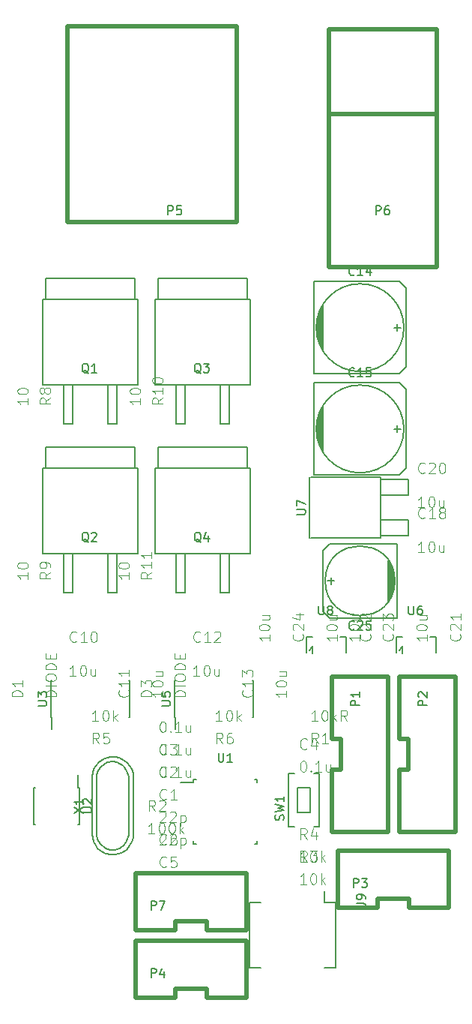
<source format=gbr>
G04 #@! TF.FileFunction,Legend,Top*
%FSLAX46Y46*%
G04 Gerber Fmt 4.6, Leading zero omitted, Abs format (unit mm)*
G04 Created by KiCad (PCBNEW 4.0.3-stable) date 08/16/16 04:16:06*
%MOMM*%
%LPD*%
G01*
G04 APERTURE LIST*
%ADD10C,0.100000*%
%ADD11C,0.500000*%
%ADD12C,0.150000*%
%ADD13C,0.101600*%
G04 APERTURE END LIST*
D10*
D11*
X46740000Y-30000D02*
X34540000Y-30000D01*
X46740000Y-17330000D02*
X46740000Y9570000D01*
X46740000Y9570000D02*
X34540000Y9570000D01*
X34540000Y9570000D02*
X34540000Y-17330000D01*
X34540000Y-17330000D02*
X46740000Y-17330000D01*
D12*
X19235000Y-75115000D02*
X19235000Y-75440000D01*
X26485000Y-75115000D02*
X26485000Y-75440000D01*
X26485000Y-82365000D02*
X26485000Y-82040000D01*
X19235000Y-82365000D02*
X19235000Y-82040000D01*
X19235000Y-75115000D02*
X19560000Y-75115000D01*
X19235000Y-82365000D02*
X19560000Y-82365000D01*
X26485000Y-82365000D02*
X26160000Y-82365000D01*
X26485000Y-75115000D02*
X26160000Y-75115000D01*
X19235000Y-75440000D02*
X17810000Y-75440000D01*
X31050000Y-78870000D02*
X31050000Y-76070000D01*
X31050000Y-76070000D02*
X32450000Y-76070000D01*
X32450000Y-76070000D02*
X32450000Y-78870000D01*
X32450000Y-78870000D02*
X31050000Y-78870000D01*
X30000000Y-74470000D02*
X30650000Y-74470000D01*
X33500000Y-74470000D02*
X32850000Y-74470000D01*
X32850000Y-80470000D02*
X33500000Y-80470000D01*
X30000000Y-80470000D02*
X30650000Y-80470000D01*
X30000000Y-74470000D02*
X30000000Y-80470000D01*
X33500000Y-80470000D02*
X33500000Y-74470000D01*
X9159240Y-73406000D02*
X9560560Y-73205340D01*
X9560560Y-73205340D02*
X10160000Y-73103740D01*
X10160000Y-73103740D02*
X10660380Y-73205340D01*
X10660380Y-73205340D02*
X11358880Y-73604120D01*
X11358880Y-73604120D02*
X11760200Y-74206100D01*
X11760200Y-74206100D02*
X11960860Y-74805540D01*
X11960860Y-74805540D02*
X11960860Y-81404460D01*
X11960860Y-81404460D02*
X11760200Y-82105500D01*
X11760200Y-82105500D02*
X11460480Y-82504280D01*
X11460480Y-82504280D02*
X10960100Y-82905600D01*
X10960100Y-82905600D02*
X10360660Y-83106260D01*
X10360660Y-83106260D02*
X9860280Y-83106260D01*
X9860280Y-83106260D02*
X9359900Y-82905600D01*
X9359900Y-82905600D02*
X8760460Y-82405220D01*
X8760460Y-82405220D02*
X8460740Y-81904840D01*
X8460740Y-81904840D02*
X8359140Y-81404460D01*
X8359140Y-81305400D02*
X8359140Y-74703940D01*
X8359140Y-74703940D02*
X8460740Y-74305160D01*
X8460740Y-74305160D02*
X8760460Y-73804780D01*
X8760460Y-73804780D02*
X9260840Y-73304400D01*
X7830820Y-81295240D02*
X7879080Y-81754980D01*
X7879080Y-81754980D02*
X7990840Y-82153760D01*
X7990840Y-82153760D02*
X8209280Y-82585560D01*
X8209280Y-82585560D02*
X8440420Y-82875120D01*
X8440420Y-82875120D02*
X8790940Y-83205320D01*
X8790940Y-83205320D02*
X9329420Y-83494880D01*
X9329420Y-83494880D02*
X9928860Y-83624420D01*
X9928860Y-83624420D02*
X10439400Y-83624420D01*
X10439400Y-83624420D02*
X11140440Y-83454240D01*
X11140440Y-83454240D02*
X11729720Y-83055460D01*
X11729720Y-83055460D02*
X12100560Y-82595720D01*
X12100560Y-82595720D02*
X12308840Y-82174080D01*
X12308840Y-82174080D02*
X12468860Y-81724500D01*
X12468860Y-81724500D02*
X12499340Y-81285080D01*
X12280900Y-73944480D02*
X12059920Y-73566020D01*
X12059920Y-73566020D02*
X11780520Y-73245980D01*
X11780520Y-73245980D02*
X11450320Y-72994520D01*
X11450320Y-72994520D02*
X10899140Y-72694800D01*
X10899140Y-72694800D02*
X10429240Y-72585580D01*
X10429240Y-72585580D02*
X9969500Y-72565260D01*
X9969500Y-72565260D02*
X9509760Y-72654160D01*
X9509760Y-72654160D02*
X9060180Y-72844660D01*
X9060180Y-72844660D02*
X8590280Y-73205340D01*
X8590280Y-73205340D02*
X8270240Y-73555860D01*
X8270240Y-73555860D02*
X8039100Y-73944480D01*
X8039100Y-73944480D02*
X7899400Y-74373740D01*
X7899400Y-74373740D02*
X7830820Y-74815700D01*
X12489180Y-81305400D02*
X12489180Y-74853800D01*
X12489180Y-74853800D02*
X12451080Y-74434700D01*
X12451080Y-74434700D02*
X12280900Y-73944480D01*
X7830820Y-81305400D02*
X7830820Y-74853800D01*
X33274000Y-25146000D02*
X33274000Y-23114000D01*
X33401000Y-22733000D02*
X33401000Y-25654000D01*
X33528000Y-25908000D02*
X33528000Y-22352000D01*
X33655000Y-21971000D02*
X33655000Y-26289000D01*
X33782000Y-26543000D02*
X33782000Y-21717000D01*
X33909000Y-21590000D02*
X33909000Y-26670000D01*
X32893000Y-18923000D02*
X32893000Y-29337000D01*
X32893000Y-29337000D02*
X42545000Y-29337000D01*
X42545000Y-29337000D02*
X43307000Y-28575000D01*
X43307000Y-28575000D02*
X43307000Y-19685000D01*
X43307000Y-19685000D02*
X42545000Y-18923000D01*
X42545000Y-18923000D02*
X32893000Y-18923000D01*
X42672000Y-24130000D02*
X41910000Y-24130000D01*
X42291000Y-23749000D02*
X42291000Y-24511000D01*
X43053000Y-24130000D02*
G75*
G03X43053000Y-24130000I-4953000J0D01*
G01*
X33274000Y-36576000D02*
X33274000Y-34544000D01*
X33401000Y-34163000D02*
X33401000Y-37084000D01*
X33528000Y-37338000D02*
X33528000Y-33782000D01*
X33655000Y-33401000D02*
X33655000Y-37719000D01*
X33782000Y-37973000D02*
X33782000Y-33147000D01*
X33909000Y-33020000D02*
X33909000Y-38100000D01*
X32893000Y-30353000D02*
X32893000Y-40767000D01*
X32893000Y-40767000D02*
X42545000Y-40767000D01*
X42545000Y-40767000D02*
X43307000Y-40005000D01*
X43307000Y-40005000D02*
X43307000Y-31115000D01*
X43307000Y-31115000D02*
X42545000Y-30353000D01*
X42545000Y-30353000D02*
X32893000Y-30353000D01*
X42672000Y-35560000D02*
X41910000Y-35560000D01*
X42291000Y-35179000D02*
X42291000Y-35941000D01*
X43053000Y-35560000D02*
G75*
G03X43053000Y-35560000I-4953000J0D01*
G01*
D11*
X42520000Y-63540000D02*
X42520000Y-70540000D01*
X42520000Y-70540000D02*
X43520000Y-70540000D01*
X43520000Y-70540000D02*
X43520000Y-74040000D01*
X43520000Y-74040000D02*
X42520000Y-74040000D01*
X42520000Y-74040000D02*
X42520000Y-81040000D01*
X48920000Y-63540000D02*
X48920000Y-81040000D01*
X48920000Y-81040000D02*
X42520000Y-81040000D01*
X48920000Y-63540000D02*
X42520000Y-63540000D01*
X24145000Y-12230000D02*
X5045000Y-12230000D01*
X5045000Y-12230000D02*
X5045000Y9870000D01*
X5045000Y9870000D02*
X24145000Y9870000D01*
X24145000Y-12230000D02*
X24145000Y9870000D01*
D12*
X6385000Y-76030000D02*
X6240000Y-76030000D01*
X6385000Y-80180000D02*
X6240000Y-80180000D01*
X1235000Y-80180000D02*
X1380000Y-80180000D01*
X1235000Y-76030000D02*
X1380000Y-76030000D01*
X6385000Y-76030000D02*
X6385000Y-80180000D01*
X1235000Y-76030000D02*
X1235000Y-80180000D01*
X6240000Y-76030000D02*
X6240000Y-74630000D01*
D11*
X34900000Y-63540000D02*
X34900000Y-70540000D01*
X34900000Y-70540000D02*
X35900000Y-70540000D01*
X35900000Y-70540000D02*
X35900000Y-74040000D01*
X35900000Y-74040000D02*
X34900000Y-74040000D01*
X34900000Y-74040000D02*
X34900000Y-81040000D01*
X41300000Y-63540000D02*
X41300000Y-81040000D01*
X41300000Y-81040000D02*
X34900000Y-81040000D01*
X41300000Y-63540000D02*
X34900000Y-63540000D01*
D12*
X42550080Y-60525660D02*
X42799000Y-60225940D01*
X42799000Y-60225940D02*
X42900600Y-60076080D01*
X42900600Y-60076080D02*
X42900600Y-60924440D01*
X42199560Y-59024520D02*
X42199560Y-60825380D01*
X42199560Y-59024520D02*
X42849800Y-59024520D01*
X46700440Y-59024520D02*
X46700440Y-60825380D01*
X46700440Y-59024520D02*
X46050200Y-59024520D01*
X32390080Y-60525660D02*
X32639000Y-60225940D01*
X32639000Y-60225940D02*
X32740600Y-60076080D01*
X32740600Y-60076080D02*
X32740600Y-60924440D01*
X32039560Y-59024520D02*
X32039560Y-60825380D01*
X32039560Y-59024520D02*
X32689800Y-59024520D01*
X36540440Y-59024520D02*
X36540440Y-60825380D01*
X36540440Y-59024520D02*
X35890200Y-59024520D01*
D11*
X35600000Y-89560000D02*
X40100000Y-89560000D01*
X40100000Y-89560000D02*
X40100000Y-88560000D01*
X40100000Y-88560000D02*
X43600000Y-88560000D01*
X43600000Y-88560000D02*
X43600000Y-89560000D01*
X43600000Y-89560000D02*
X48100000Y-89560000D01*
X48100000Y-83160000D02*
X35600000Y-83160000D01*
X48100000Y-89560000D02*
X48100000Y-83160000D01*
X35600000Y-83160000D02*
X35600000Y-89560000D01*
X12740000Y-99720000D02*
X17240000Y-99720000D01*
X17240000Y-99720000D02*
X17240000Y-98720000D01*
X17240000Y-98720000D02*
X20740000Y-98720000D01*
X20740000Y-98720000D02*
X20740000Y-99720000D01*
X20740000Y-99720000D02*
X25240000Y-99720000D01*
X25240000Y-93320000D02*
X12740000Y-93320000D01*
X25240000Y-99720000D02*
X25240000Y-93320000D01*
X12740000Y-93320000D02*
X12740000Y-99720000D01*
D12*
X40386000Y-43053000D02*
X43561000Y-43053000D01*
X43561000Y-43053000D02*
X43561000Y-41275000D01*
X43561000Y-41275000D02*
X40386000Y-41275000D01*
X40386000Y-47625000D02*
X43561000Y-47625000D01*
X43561000Y-47625000D02*
X43561000Y-45847000D01*
X43561000Y-45847000D02*
X40386000Y-45847000D01*
X34290000Y-41021000D02*
X40386000Y-41021000D01*
X40386000Y-41021000D02*
X40386000Y-47879000D01*
X40386000Y-47879000D02*
X32512000Y-47879000D01*
X32385000Y-47879000D02*
X32385000Y-41021000D01*
X32512000Y-41021000D02*
X34290000Y-41021000D01*
X41910000Y-53721000D02*
X41910000Y-51689000D01*
X41783000Y-51308000D02*
X41783000Y-54102000D01*
X41656000Y-54356000D02*
X41656000Y-51054000D01*
X41529000Y-50800000D02*
X41529000Y-54610000D01*
X41402000Y-50673000D02*
X41402000Y-54737000D01*
X41275000Y-54991000D02*
X41275000Y-50419000D01*
X42291000Y-56896000D02*
X42291000Y-48514000D01*
X42291000Y-48514000D02*
X34671000Y-48514000D01*
X34671000Y-48514000D02*
X33909000Y-49276000D01*
X33909000Y-49276000D02*
X33909000Y-56134000D01*
X33909000Y-56134000D02*
X34671000Y-56896000D01*
X34671000Y-56896000D02*
X42291000Y-56896000D01*
X34417000Y-52705000D02*
X35179000Y-52705000D01*
X34798000Y-53086000D02*
X34798000Y-52324000D01*
X42037000Y-52705000D02*
G75*
G03X42037000Y-52705000I-3937000J0D01*
G01*
X3170000Y-68115000D02*
X3285000Y-68115000D01*
X3170000Y-63965000D02*
X3285000Y-63965000D01*
X12070000Y-63965000D02*
X11955000Y-63965000D01*
X12070000Y-68115000D02*
X11955000Y-68115000D01*
X3170000Y-68115000D02*
X3170000Y-63965000D01*
X12070000Y-68115000D02*
X12070000Y-63965000D01*
X3285000Y-68115000D02*
X3285000Y-69490000D01*
X17140000Y-68115000D02*
X17255000Y-68115000D01*
X17140000Y-63965000D02*
X17255000Y-63965000D01*
X26040000Y-63965000D02*
X25925000Y-63965000D01*
X26040000Y-68115000D02*
X25925000Y-68115000D01*
X17140000Y-68115000D02*
X17140000Y-63965000D01*
X26040000Y-68115000D02*
X26040000Y-63965000D01*
X17255000Y-68115000D02*
X17255000Y-69490000D01*
X2616200Y-20967700D02*
X2616200Y-18605500D01*
X2616200Y-18605500D02*
X12623800Y-18605500D01*
X12623800Y-18605500D02*
X12623800Y-20967700D01*
X10617200Y-34950400D02*
X10617200Y-30619700D01*
X9613900Y-34950400D02*
X10617200Y-34950400D01*
X9613900Y-30619700D02*
X9613900Y-34950400D01*
X4622800Y-30619700D02*
X4622800Y-34950400D01*
X4622800Y-34950400D02*
X5626100Y-34950400D01*
X5626100Y-34950400D02*
X5626100Y-30619700D01*
X2273300Y-20967700D02*
X12966700Y-20967700D01*
X12966700Y-20967700D02*
X12966700Y-30619700D01*
X12966700Y-30619700D02*
X2273300Y-30619700D01*
X2273300Y-30619700D02*
X2273300Y-20967700D01*
X2616200Y-40017700D02*
X2616200Y-37655500D01*
X2616200Y-37655500D02*
X12623800Y-37655500D01*
X12623800Y-37655500D02*
X12623800Y-40017700D01*
X10617200Y-54000400D02*
X10617200Y-49669700D01*
X9613900Y-54000400D02*
X10617200Y-54000400D01*
X9613900Y-49669700D02*
X9613900Y-54000400D01*
X4622800Y-49669700D02*
X4622800Y-54000400D01*
X4622800Y-54000400D02*
X5626100Y-54000400D01*
X5626100Y-54000400D02*
X5626100Y-49669700D01*
X2273300Y-40017700D02*
X12966700Y-40017700D01*
X12966700Y-40017700D02*
X12966700Y-49669700D01*
X12966700Y-49669700D02*
X2273300Y-49669700D01*
X2273300Y-49669700D02*
X2273300Y-40017700D01*
X15316200Y-20967700D02*
X15316200Y-18605500D01*
X15316200Y-18605500D02*
X25323800Y-18605500D01*
X25323800Y-18605500D02*
X25323800Y-20967700D01*
X23317200Y-34950400D02*
X23317200Y-30619700D01*
X22313900Y-34950400D02*
X23317200Y-34950400D01*
X22313900Y-30619700D02*
X22313900Y-34950400D01*
X17322800Y-30619700D02*
X17322800Y-34950400D01*
X17322800Y-34950400D02*
X18326100Y-34950400D01*
X18326100Y-34950400D02*
X18326100Y-30619700D01*
X14973300Y-20967700D02*
X25666700Y-20967700D01*
X25666700Y-20967700D02*
X25666700Y-30619700D01*
X25666700Y-30619700D02*
X14973300Y-30619700D01*
X14973300Y-30619700D02*
X14973300Y-20967700D01*
X15316200Y-40017700D02*
X15316200Y-37655500D01*
X15316200Y-37655500D02*
X25323800Y-37655500D01*
X25323800Y-37655500D02*
X25323800Y-40017700D01*
X23317200Y-54000400D02*
X23317200Y-49669700D01*
X22313900Y-54000400D02*
X23317200Y-54000400D01*
X22313900Y-49669700D02*
X22313900Y-54000400D01*
X17322800Y-49669700D02*
X17322800Y-54000400D01*
X17322800Y-54000400D02*
X18326100Y-54000400D01*
X18326100Y-54000400D02*
X18326100Y-49669700D01*
X14973300Y-40017700D02*
X25666700Y-40017700D01*
X25666700Y-40017700D02*
X25666700Y-49669700D01*
X25666700Y-49669700D02*
X14973300Y-49669700D01*
X14973300Y-49669700D02*
X14973300Y-40017700D01*
D11*
X12740000Y-92100000D02*
X17240000Y-92100000D01*
X17240000Y-92100000D02*
X17240000Y-91100000D01*
X17240000Y-91100000D02*
X20740000Y-91100000D01*
X20740000Y-91100000D02*
X20740000Y-92100000D01*
X20740000Y-92100000D02*
X25240000Y-92100000D01*
X25240000Y-85700000D02*
X12740000Y-85700000D01*
X25240000Y-92100000D02*
X25240000Y-85700000D01*
X12740000Y-85700000D02*
X12740000Y-92100000D01*
D12*
X35315000Y-89035000D02*
X34045000Y-89035000D01*
X35315000Y-96385000D02*
X34045000Y-96385000D01*
X25645000Y-96385000D02*
X26915000Y-96385000D01*
X25645000Y-89035000D02*
X26915000Y-89035000D01*
X35315000Y-89035000D02*
X35315000Y-96385000D01*
X25645000Y-89035000D02*
X25645000Y-96385000D01*
X34045000Y-89035000D02*
X34045000Y-87750000D01*
X39901905Y-11382381D02*
X39901905Y-10382381D01*
X40282858Y-10382381D01*
X40378096Y-10430000D01*
X40425715Y-10477619D01*
X40473334Y-10572857D01*
X40473334Y-10715714D01*
X40425715Y-10810952D01*
X40378096Y-10858571D01*
X40282858Y-10906190D01*
X39901905Y-10906190D01*
X41330477Y-10382381D02*
X41140000Y-10382381D01*
X41044762Y-10430000D01*
X40997143Y-10477619D01*
X40901905Y-10620476D01*
X40854286Y-10810952D01*
X40854286Y-11191905D01*
X40901905Y-11287143D01*
X40949524Y-11334762D01*
X41044762Y-11382381D01*
X41235239Y-11382381D01*
X41330477Y-11334762D01*
X41378096Y-11287143D01*
X41425715Y-11191905D01*
X41425715Y-10953810D01*
X41378096Y-10858571D01*
X41330477Y-10810952D01*
X41235239Y-10763333D01*
X41044762Y-10763333D01*
X40949524Y-10810952D01*
X40901905Y-10858571D01*
X40854286Y-10953810D01*
X22098095Y-72142381D02*
X22098095Y-72951905D01*
X22145714Y-73047143D01*
X22193333Y-73094762D01*
X22288571Y-73142381D01*
X22479048Y-73142381D01*
X22574286Y-73094762D01*
X22621905Y-73047143D01*
X22669524Y-72951905D01*
X22669524Y-72142381D01*
X23669524Y-73142381D02*
X23098095Y-73142381D01*
X23383809Y-73142381D02*
X23383809Y-72142381D01*
X23288571Y-72285238D01*
X23193333Y-72380476D01*
X23098095Y-72428095D01*
D13*
X16216690Y-77297643D02*
X16159238Y-77355095D01*
X15986881Y-77412548D01*
X15871976Y-77412548D01*
X15699619Y-77355095D01*
X15584714Y-77240190D01*
X15527262Y-77125286D01*
X15469810Y-76895476D01*
X15469810Y-76723119D01*
X15527262Y-76493310D01*
X15584714Y-76378405D01*
X15699619Y-76263500D01*
X15871976Y-76206048D01*
X15986881Y-76206048D01*
X16159238Y-76263500D01*
X16216690Y-76320952D01*
X17365738Y-77412548D02*
X16676310Y-77412548D01*
X17021024Y-77412548D02*
X17021024Y-76206048D01*
X16906119Y-76378405D01*
X16791214Y-76493310D01*
X16676310Y-76550762D01*
X15757071Y-73666048D02*
X15871976Y-73666048D01*
X15986881Y-73723500D01*
X16044333Y-73780952D01*
X16101786Y-73895857D01*
X16159238Y-74125667D01*
X16159238Y-74412929D01*
X16101786Y-74642738D01*
X16044333Y-74757643D01*
X15986881Y-74815095D01*
X15871976Y-74872548D01*
X15757071Y-74872548D01*
X15642167Y-74815095D01*
X15584714Y-74757643D01*
X15527262Y-74642738D01*
X15469810Y-74412929D01*
X15469810Y-74125667D01*
X15527262Y-73895857D01*
X15584714Y-73780952D01*
X15642167Y-73723500D01*
X15757071Y-73666048D01*
X16676310Y-74757643D02*
X16733762Y-74815095D01*
X16676310Y-74872548D01*
X16618858Y-74815095D01*
X16676310Y-74757643D01*
X16676310Y-74872548D01*
X17882810Y-74872548D02*
X17193382Y-74872548D01*
X17538096Y-74872548D02*
X17538096Y-73666048D01*
X17423191Y-73838405D01*
X17308286Y-73953310D01*
X17193382Y-74010762D01*
X18916953Y-74068214D02*
X18916953Y-74872548D01*
X18399882Y-74068214D02*
X18399882Y-74700190D01*
X18457334Y-74815095D01*
X18572239Y-74872548D01*
X18744596Y-74872548D01*
X18859501Y-74815095D01*
X18916953Y-74757643D01*
X16216690Y-74757643D02*
X16159238Y-74815095D01*
X15986881Y-74872548D01*
X15871976Y-74872548D01*
X15699619Y-74815095D01*
X15584714Y-74700190D01*
X15527262Y-74585286D01*
X15469810Y-74355476D01*
X15469810Y-74183119D01*
X15527262Y-73953310D01*
X15584714Y-73838405D01*
X15699619Y-73723500D01*
X15871976Y-73666048D01*
X15986881Y-73666048D01*
X16159238Y-73723500D01*
X16216690Y-73780952D01*
X16676310Y-73780952D02*
X16733762Y-73723500D01*
X16848667Y-73666048D01*
X17135929Y-73666048D01*
X17250833Y-73723500D01*
X17308286Y-73780952D01*
X17365738Y-73895857D01*
X17365738Y-74010762D01*
X17308286Y-74183119D01*
X16618857Y-74872548D01*
X17365738Y-74872548D01*
X15757071Y-71126048D02*
X15871976Y-71126048D01*
X15986881Y-71183500D01*
X16044333Y-71240952D01*
X16101786Y-71355857D01*
X16159238Y-71585667D01*
X16159238Y-71872929D01*
X16101786Y-72102738D01*
X16044333Y-72217643D01*
X15986881Y-72275095D01*
X15871976Y-72332548D01*
X15757071Y-72332548D01*
X15642167Y-72275095D01*
X15584714Y-72217643D01*
X15527262Y-72102738D01*
X15469810Y-71872929D01*
X15469810Y-71585667D01*
X15527262Y-71355857D01*
X15584714Y-71240952D01*
X15642167Y-71183500D01*
X15757071Y-71126048D01*
X16676310Y-72217643D02*
X16733762Y-72275095D01*
X16676310Y-72332548D01*
X16618858Y-72275095D01*
X16676310Y-72217643D01*
X16676310Y-72332548D01*
X17882810Y-72332548D02*
X17193382Y-72332548D01*
X17538096Y-72332548D02*
X17538096Y-71126048D01*
X17423191Y-71298405D01*
X17308286Y-71413310D01*
X17193382Y-71470762D01*
X18916953Y-71528214D02*
X18916953Y-72332548D01*
X18399882Y-71528214D02*
X18399882Y-72160190D01*
X18457334Y-72275095D01*
X18572239Y-72332548D01*
X18744596Y-72332548D01*
X18859501Y-72275095D01*
X18916953Y-72217643D01*
X16216690Y-72217643D02*
X16159238Y-72275095D01*
X15986881Y-72332548D01*
X15871976Y-72332548D01*
X15699619Y-72275095D01*
X15584714Y-72160190D01*
X15527262Y-72045286D01*
X15469810Y-71815476D01*
X15469810Y-71643119D01*
X15527262Y-71413310D01*
X15584714Y-71298405D01*
X15699619Y-71183500D01*
X15871976Y-71126048D01*
X15986881Y-71126048D01*
X16159238Y-71183500D01*
X16216690Y-71240952D01*
X16618857Y-71126048D02*
X17365738Y-71126048D01*
X16963571Y-71585667D01*
X17135929Y-71585667D01*
X17250833Y-71643119D01*
X17308286Y-71700571D01*
X17365738Y-71815476D01*
X17365738Y-72102738D01*
X17308286Y-72217643D01*
X17250833Y-72275095D01*
X17135929Y-72332548D01*
X16791214Y-72332548D01*
X16676310Y-72275095D01*
X16618857Y-72217643D01*
X15757071Y-68586048D02*
X15871976Y-68586048D01*
X15986881Y-68643500D01*
X16044333Y-68700952D01*
X16101786Y-68815857D01*
X16159238Y-69045667D01*
X16159238Y-69332929D01*
X16101786Y-69562738D01*
X16044333Y-69677643D01*
X15986881Y-69735095D01*
X15871976Y-69792548D01*
X15757071Y-69792548D01*
X15642167Y-69735095D01*
X15584714Y-69677643D01*
X15527262Y-69562738D01*
X15469810Y-69332929D01*
X15469810Y-69045667D01*
X15527262Y-68815857D01*
X15584714Y-68700952D01*
X15642167Y-68643500D01*
X15757071Y-68586048D01*
X16676310Y-69677643D02*
X16733762Y-69735095D01*
X16676310Y-69792548D01*
X16618858Y-69735095D01*
X16676310Y-69677643D01*
X16676310Y-69792548D01*
X17882810Y-69792548D02*
X17193382Y-69792548D01*
X17538096Y-69792548D02*
X17538096Y-68586048D01*
X17423191Y-68758405D01*
X17308286Y-68873310D01*
X17193382Y-68930762D01*
X18916953Y-68988214D02*
X18916953Y-69792548D01*
X18399882Y-68988214D02*
X18399882Y-69620190D01*
X18457334Y-69735095D01*
X18572239Y-69792548D01*
X18744596Y-69792548D01*
X18859501Y-69735095D01*
X18916953Y-69677643D01*
X32091690Y-71582643D02*
X32034238Y-71640095D01*
X31861881Y-71697548D01*
X31746976Y-71697548D01*
X31574619Y-71640095D01*
X31459714Y-71525190D01*
X31402262Y-71410286D01*
X31344810Y-71180476D01*
X31344810Y-71008119D01*
X31402262Y-70778310D01*
X31459714Y-70663405D01*
X31574619Y-70548500D01*
X31746976Y-70491048D01*
X31861881Y-70491048D01*
X32034238Y-70548500D01*
X32091690Y-70605952D01*
X33125833Y-70893214D02*
X33125833Y-71697548D01*
X32838571Y-70433595D02*
X32551310Y-71295381D01*
X33298190Y-71295381D01*
X31632071Y-73031048D02*
X31746976Y-73031048D01*
X31861881Y-73088500D01*
X31919333Y-73145952D01*
X31976786Y-73260857D01*
X32034238Y-73490667D01*
X32034238Y-73777929D01*
X31976786Y-74007738D01*
X31919333Y-74122643D01*
X31861881Y-74180095D01*
X31746976Y-74237548D01*
X31632071Y-74237548D01*
X31517167Y-74180095D01*
X31459714Y-74122643D01*
X31402262Y-74007738D01*
X31344810Y-73777929D01*
X31344810Y-73490667D01*
X31402262Y-73260857D01*
X31459714Y-73145952D01*
X31517167Y-73088500D01*
X31632071Y-73031048D01*
X32551310Y-74122643D02*
X32608762Y-74180095D01*
X32551310Y-74237548D01*
X32493858Y-74180095D01*
X32551310Y-74122643D01*
X32551310Y-74237548D01*
X33757810Y-74237548D02*
X33068382Y-74237548D01*
X33413096Y-74237548D02*
X33413096Y-73031048D01*
X33298191Y-73203405D01*
X33183286Y-73318310D01*
X33068382Y-73375762D01*
X34791953Y-73433214D02*
X34791953Y-74237548D01*
X34274882Y-73433214D02*
X34274882Y-74065190D01*
X34332334Y-74180095D01*
X34447239Y-74237548D01*
X34619596Y-74237548D01*
X34734501Y-74180095D01*
X34791953Y-74122643D01*
X16216690Y-84917643D02*
X16159238Y-84975095D01*
X15986881Y-85032548D01*
X15871976Y-85032548D01*
X15699619Y-84975095D01*
X15584714Y-84860190D01*
X15527262Y-84745286D01*
X15469810Y-84515476D01*
X15469810Y-84343119D01*
X15527262Y-84113310D01*
X15584714Y-83998405D01*
X15699619Y-83883500D01*
X15871976Y-83826048D01*
X15986881Y-83826048D01*
X16159238Y-83883500D01*
X16216690Y-83940952D01*
X17308286Y-83826048D02*
X16733762Y-83826048D01*
X16676310Y-84400571D01*
X16733762Y-84343119D01*
X16848667Y-84285667D01*
X17135929Y-84285667D01*
X17250833Y-84343119D01*
X17308286Y-84400571D01*
X17365738Y-84515476D01*
X17365738Y-84802738D01*
X17308286Y-84917643D01*
X17250833Y-84975095D01*
X17135929Y-85032548D01*
X16848667Y-85032548D01*
X16733762Y-84975095D01*
X16676310Y-84917643D01*
X15469810Y-81400952D02*
X15527262Y-81343500D01*
X15642167Y-81286048D01*
X15929429Y-81286048D01*
X16044333Y-81343500D01*
X16101786Y-81400952D01*
X16159238Y-81515857D01*
X16159238Y-81630762D01*
X16101786Y-81803119D01*
X15412357Y-82492548D01*
X16159238Y-82492548D01*
X16618858Y-81400952D02*
X16676310Y-81343500D01*
X16791215Y-81286048D01*
X17078477Y-81286048D01*
X17193381Y-81343500D01*
X17250834Y-81400952D01*
X17308286Y-81515857D01*
X17308286Y-81630762D01*
X17250834Y-81803119D01*
X16561405Y-82492548D01*
X17308286Y-82492548D01*
X17825358Y-81688214D02*
X17825358Y-82894714D01*
X17825358Y-81745667D02*
X17940263Y-81688214D01*
X18170072Y-81688214D01*
X18284977Y-81745667D01*
X18342429Y-81803119D01*
X18399882Y-81918024D01*
X18399882Y-82262738D01*
X18342429Y-82377643D01*
X18284977Y-82435095D01*
X18170072Y-82492548D01*
X17940263Y-82492548D01*
X17825358Y-82435095D01*
X16216690Y-82377643D02*
X16159238Y-82435095D01*
X15986881Y-82492548D01*
X15871976Y-82492548D01*
X15699619Y-82435095D01*
X15584714Y-82320190D01*
X15527262Y-82205286D01*
X15469810Y-81975476D01*
X15469810Y-81803119D01*
X15527262Y-81573310D01*
X15584714Y-81458405D01*
X15699619Y-81343500D01*
X15871976Y-81286048D01*
X15986881Y-81286048D01*
X16159238Y-81343500D01*
X16216690Y-81400952D01*
X17250833Y-81286048D02*
X17021024Y-81286048D01*
X16906119Y-81343500D01*
X16848667Y-81400952D01*
X16733762Y-81573310D01*
X16676310Y-81803119D01*
X16676310Y-82262738D01*
X16733762Y-82377643D01*
X16791214Y-82435095D01*
X16906119Y-82492548D01*
X17135929Y-82492548D01*
X17250833Y-82435095D01*
X17308286Y-82377643D01*
X17365738Y-82262738D01*
X17365738Y-81975476D01*
X17308286Y-81860571D01*
X17250833Y-81803119D01*
X17135929Y-81745667D01*
X16906119Y-81745667D01*
X16791214Y-81803119D01*
X16733762Y-81860571D01*
X16676310Y-81975476D01*
X15469810Y-78860952D02*
X15527262Y-78803500D01*
X15642167Y-78746048D01*
X15929429Y-78746048D01*
X16044333Y-78803500D01*
X16101786Y-78860952D01*
X16159238Y-78975857D01*
X16159238Y-79090762D01*
X16101786Y-79263119D01*
X15412357Y-79952548D01*
X16159238Y-79952548D01*
X16618858Y-78860952D02*
X16676310Y-78803500D01*
X16791215Y-78746048D01*
X17078477Y-78746048D01*
X17193381Y-78803500D01*
X17250834Y-78860952D01*
X17308286Y-78975857D01*
X17308286Y-79090762D01*
X17250834Y-79263119D01*
X16561405Y-79952548D01*
X17308286Y-79952548D01*
X17825358Y-79148214D02*
X17825358Y-80354714D01*
X17825358Y-79205667D02*
X17940263Y-79148214D01*
X18170072Y-79148214D01*
X18284977Y-79205667D01*
X18342429Y-79263119D01*
X18399882Y-79378024D01*
X18399882Y-79722738D01*
X18342429Y-79837643D01*
X18284977Y-79895095D01*
X18170072Y-79952548D01*
X17940263Y-79952548D01*
X17825358Y-79895095D01*
X33361690Y-71062548D02*
X32959524Y-70488024D01*
X32672262Y-71062548D02*
X32672262Y-69856048D01*
X33131881Y-69856048D01*
X33246786Y-69913500D01*
X33304238Y-69970952D01*
X33361690Y-70085857D01*
X33361690Y-70258214D01*
X33304238Y-70373119D01*
X33246786Y-70430571D01*
X33131881Y-70488024D01*
X32672262Y-70488024D01*
X34510738Y-71062548D02*
X33821310Y-71062548D01*
X34166024Y-71062548D02*
X34166024Y-69856048D01*
X34051119Y-70028405D01*
X33936214Y-70143310D01*
X33821310Y-70200762D01*
X33304238Y-68522548D02*
X32614810Y-68522548D01*
X32959524Y-68522548D02*
X32959524Y-67316048D01*
X32844619Y-67488405D01*
X32729714Y-67603310D01*
X32614810Y-67660762D01*
X34051119Y-67316048D02*
X34166024Y-67316048D01*
X34280929Y-67373500D01*
X34338381Y-67430952D01*
X34395834Y-67545857D01*
X34453286Y-67775667D01*
X34453286Y-68062929D01*
X34395834Y-68292738D01*
X34338381Y-68407643D01*
X34280929Y-68465095D01*
X34166024Y-68522548D01*
X34051119Y-68522548D01*
X33936215Y-68465095D01*
X33878762Y-68407643D01*
X33821310Y-68292738D01*
X33763858Y-68062929D01*
X33763858Y-67775667D01*
X33821310Y-67545857D01*
X33878762Y-67430952D01*
X33936215Y-67373500D01*
X34051119Y-67316048D01*
X34970358Y-68522548D02*
X34970358Y-67316048D01*
X35085263Y-68062929D02*
X35429977Y-68522548D01*
X35429977Y-67718214D02*
X34970358Y-68177833D01*
X36636476Y-68522548D02*
X36234310Y-67948024D01*
X35947048Y-68522548D02*
X35947048Y-67316048D01*
X36406667Y-67316048D01*
X36521572Y-67373500D01*
X36579024Y-67430952D01*
X36636476Y-67545857D01*
X36636476Y-67718214D01*
X36579024Y-67833119D01*
X36521572Y-67890571D01*
X36406667Y-67948024D01*
X35947048Y-67948024D01*
D12*
X29454762Y-79703333D02*
X29502381Y-79560476D01*
X29502381Y-79322380D01*
X29454762Y-79227142D01*
X29407143Y-79179523D01*
X29311905Y-79131904D01*
X29216667Y-79131904D01*
X29121429Y-79179523D01*
X29073810Y-79227142D01*
X29026190Y-79322380D01*
X28978571Y-79512857D01*
X28930952Y-79608095D01*
X28883333Y-79655714D01*
X28788095Y-79703333D01*
X28692857Y-79703333D01*
X28597619Y-79655714D01*
X28550000Y-79608095D01*
X28502381Y-79512857D01*
X28502381Y-79274761D01*
X28550000Y-79131904D01*
X28502381Y-78798571D02*
X29502381Y-78560476D01*
X28788095Y-78369999D01*
X29502381Y-78179523D01*
X28502381Y-77941428D01*
X29502381Y-77036666D02*
X29502381Y-77608095D01*
X29502381Y-77322381D02*
X28502381Y-77322381D01*
X28645238Y-77417619D01*
X28740476Y-77512857D01*
X28788095Y-77608095D01*
X5802381Y-78914524D02*
X6802381Y-78247857D01*
X5802381Y-78247857D02*
X6802381Y-78914524D01*
X6802381Y-77343095D02*
X6802381Y-77914524D01*
X6802381Y-77628810D02*
X5802381Y-77628810D01*
X5945238Y-77724048D01*
X6040476Y-77819286D01*
X6088095Y-77914524D01*
D13*
X6056690Y-59517643D02*
X5999238Y-59575095D01*
X5826881Y-59632548D01*
X5711976Y-59632548D01*
X5539619Y-59575095D01*
X5424714Y-59460190D01*
X5367262Y-59345286D01*
X5309810Y-59115476D01*
X5309810Y-58943119D01*
X5367262Y-58713310D01*
X5424714Y-58598405D01*
X5539619Y-58483500D01*
X5711976Y-58426048D01*
X5826881Y-58426048D01*
X5999238Y-58483500D01*
X6056690Y-58540952D01*
X7205738Y-59632548D02*
X6516310Y-59632548D01*
X6861024Y-59632548D02*
X6861024Y-58426048D01*
X6746119Y-58598405D01*
X6631214Y-58713310D01*
X6516310Y-58770762D01*
X7952619Y-58426048D02*
X8067524Y-58426048D01*
X8182429Y-58483500D01*
X8239881Y-58540952D01*
X8297334Y-58655857D01*
X8354786Y-58885667D01*
X8354786Y-59172929D01*
X8297334Y-59402738D01*
X8239881Y-59517643D01*
X8182429Y-59575095D01*
X8067524Y-59632548D01*
X7952619Y-59632548D01*
X7837715Y-59575095D01*
X7780262Y-59517643D01*
X7722810Y-59402738D01*
X7665358Y-59172929D01*
X7665358Y-58885667D01*
X7722810Y-58655857D01*
X7780262Y-58540952D01*
X7837715Y-58483500D01*
X7952619Y-58426048D01*
X5999238Y-63442548D02*
X5309810Y-63442548D01*
X5654524Y-63442548D02*
X5654524Y-62236048D01*
X5539619Y-62408405D01*
X5424714Y-62523310D01*
X5309810Y-62580762D01*
X6746119Y-62236048D02*
X6861024Y-62236048D01*
X6975929Y-62293500D01*
X7033381Y-62350952D01*
X7090834Y-62465857D01*
X7148286Y-62695667D01*
X7148286Y-62982929D01*
X7090834Y-63212738D01*
X7033381Y-63327643D01*
X6975929Y-63385095D01*
X6861024Y-63442548D01*
X6746119Y-63442548D01*
X6631215Y-63385095D01*
X6573762Y-63327643D01*
X6516310Y-63212738D01*
X6458858Y-62982929D01*
X6458858Y-62695667D01*
X6516310Y-62465857D01*
X6573762Y-62350952D01*
X6631215Y-62293500D01*
X6746119Y-62236048D01*
X8182429Y-62638214D02*
X8182429Y-63442548D01*
X7665358Y-62638214D02*
X7665358Y-63270190D01*
X7722810Y-63385095D01*
X7837715Y-63442548D01*
X8010072Y-63442548D01*
X8124977Y-63385095D01*
X8182429Y-63327643D01*
X11892643Y-65063310D02*
X11950095Y-65120762D01*
X12007548Y-65293119D01*
X12007548Y-65408024D01*
X11950095Y-65580381D01*
X11835190Y-65695286D01*
X11720286Y-65752738D01*
X11490476Y-65810190D01*
X11318119Y-65810190D01*
X11088310Y-65752738D01*
X10973405Y-65695286D01*
X10858500Y-65580381D01*
X10801048Y-65408024D01*
X10801048Y-65293119D01*
X10858500Y-65120762D01*
X10915952Y-65063310D01*
X12007548Y-63914262D02*
X12007548Y-64603690D01*
X12007548Y-64258976D02*
X10801048Y-64258976D01*
X10973405Y-64373881D01*
X11088310Y-64488786D01*
X11145762Y-64603690D01*
X12007548Y-62765214D02*
X12007548Y-63454642D01*
X12007548Y-63109928D02*
X10801048Y-63109928D01*
X10973405Y-63224833D01*
X11088310Y-63339738D01*
X11145762Y-63454642D01*
X15817548Y-65120762D02*
X15817548Y-65810190D01*
X15817548Y-65465476D02*
X14611048Y-65465476D01*
X14783405Y-65580381D01*
X14898310Y-65695286D01*
X14955762Y-65810190D01*
X14611048Y-64373881D02*
X14611048Y-64258976D01*
X14668500Y-64144071D01*
X14725952Y-64086619D01*
X14840857Y-64029166D01*
X15070667Y-63971714D01*
X15357929Y-63971714D01*
X15587738Y-64029166D01*
X15702643Y-64086619D01*
X15760095Y-64144071D01*
X15817548Y-64258976D01*
X15817548Y-64373881D01*
X15760095Y-64488785D01*
X15702643Y-64546238D01*
X15587738Y-64603690D01*
X15357929Y-64661142D01*
X15070667Y-64661142D01*
X14840857Y-64603690D01*
X14725952Y-64546238D01*
X14668500Y-64488785D01*
X14611048Y-64373881D01*
X15013214Y-62937571D02*
X15817548Y-62937571D01*
X15013214Y-63454642D02*
X15645190Y-63454642D01*
X15760095Y-63397190D01*
X15817548Y-63282285D01*
X15817548Y-63109928D01*
X15760095Y-62995023D01*
X15702643Y-62937571D01*
X20026690Y-59517643D02*
X19969238Y-59575095D01*
X19796881Y-59632548D01*
X19681976Y-59632548D01*
X19509619Y-59575095D01*
X19394714Y-59460190D01*
X19337262Y-59345286D01*
X19279810Y-59115476D01*
X19279810Y-58943119D01*
X19337262Y-58713310D01*
X19394714Y-58598405D01*
X19509619Y-58483500D01*
X19681976Y-58426048D01*
X19796881Y-58426048D01*
X19969238Y-58483500D01*
X20026690Y-58540952D01*
X21175738Y-59632548D02*
X20486310Y-59632548D01*
X20831024Y-59632548D02*
X20831024Y-58426048D01*
X20716119Y-58598405D01*
X20601214Y-58713310D01*
X20486310Y-58770762D01*
X21635358Y-58540952D02*
X21692810Y-58483500D01*
X21807715Y-58426048D01*
X22094977Y-58426048D01*
X22209881Y-58483500D01*
X22267334Y-58540952D01*
X22324786Y-58655857D01*
X22324786Y-58770762D01*
X22267334Y-58943119D01*
X21577905Y-59632548D01*
X22324786Y-59632548D01*
X19969238Y-63442548D02*
X19279810Y-63442548D01*
X19624524Y-63442548D02*
X19624524Y-62236048D01*
X19509619Y-62408405D01*
X19394714Y-62523310D01*
X19279810Y-62580762D01*
X20716119Y-62236048D02*
X20831024Y-62236048D01*
X20945929Y-62293500D01*
X21003381Y-62350952D01*
X21060834Y-62465857D01*
X21118286Y-62695667D01*
X21118286Y-62982929D01*
X21060834Y-63212738D01*
X21003381Y-63327643D01*
X20945929Y-63385095D01*
X20831024Y-63442548D01*
X20716119Y-63442548D01*
X20601215Y-63385095D01*
X20543762Y-63327643D01*
X20486310Y-63212738D01*
X20428858Y-62982929D01*
X20428858Y-62695667D01*
X20486310Y-62465857D01*
X20543762Y-62350952D01*
X20601215Y-62293500D01*
X20716119Y-62236048D01*
X22152429Y-62638214D02*
X22152429Y-63442548D01*
X21635358Y-62638214D02*
X21635358Y-63270190D01*
X21692810Y-63385095D01*
X21807715Y-63442548D01*
X21980072Y-63442548D01*
X22094977Y-63385095D01*
X22152429Y-63327643D01*
X25862643Y-65063310D02*
X25920095Y-65120762D01*
X25977548Y-65293119D01*
X25977548Y-65408024D01*
X25920095Y-65580381D01*
X25805190Y-65695286D01*
X25690286Y-65752738D01*
X25460476Y-65810190D01*
X25288119Y-65810190D01*
X25058310Y-65752738D01*
X24943405Y-65695286D01*
X24828500Y-65580381D01*
X24771048Y-65408024D01*
X24771048Y-65293119D01*
X24828500Y-65120762D01*
X24885952Y-65063310D01*
X25977548Y-63914262D02*
X25977548Y-64603690D01*
X25977548Y-64258976D02*
X24771048Y-64258976D01*
X24943405Y-64373881D01*
X25058310Y-64488786D01*
X25115762Y-64603690D01*
X24771048Y-63512095D02*
X24771048Y-62765214D01*
X25230667Y-63167381D01*
X25230667Y-62995023D01*
X25288119Y-62880119D01*
X25345571Y-62822666D01*
X25460476Y-62765214D01*
X25747738Y-62765214D01*
X25862643Y-62822666D01*
X25920095Y-62880119D01*
X25977548Y-62995023D01*
X25977548Y-63339738D01*
X25920095Y-63454642D01*
X25862643Y-63512095D01*
X29787548Y-65120762D02*
X29787548Y-65810190D01*
X29787548Y-65465476D02*
X28581048Y-65465476D01*
X28753405Y-65580381D01*
X28868310Y-65695286D01*
X28925762Y-65810190D01*
X28581048Y-64373881D02*
X28581048Y-64258976D01*
X28638500Y-64144071D01*
X28695952Y-64086619D01*
X28810857Y-64029166D01*
X29040667Y-63971714D01*
X29327929Y-63971714D01*
X29557738Y-64029166D01*
X29672643Y-64086619D01*
X29730095Y-64144071D01*
X29787548Y-64258976D01*
X29787548Y-64373881D01*
X29730095Y-64488785D01*
X29672643Y-64546238D01*
X29557738Y-64603690D01*
X29327929Y-64661142D01*
X29040667Y-64661142D01*
X28810857Y-64603690D01*
X28695952Y-64546238D01*
X28638500Y-64488785D01*
X28581048Y-64373881D01*
X28983214Y-62937571D02*
X29787548Y-62937571D01*
X28983214Y-63454642D02*
X29615190Y-63454642D01*
X29730095Y-63397190D01*
X29787548Y-63282285D01*
X29787548Y-63109928D01*
X29730095Y-62995023D01*
X29672643Y-62937571D01*
D12*
X37457143Y-18137143D02*
X37409524Y-18184762D01*
X37266667Y-18232381D01*
X37171429Y-18232381D01*
X37028571Y-18184762D01*
X36933333Y-18089524D01*
X36885714Y-17994286D01*
X36838095Y-17803810D01*
X36838095Y-17660952D01*
X36885714Y-17470476D01*
X36933333Y-17375238D01*
X37028571Y-17280000D01*
X37171429Y-17232381D01*
X37266667Y-17232381D01*
X37409524Y-17280000D01*
X37457143Y-17327619D01*
X38409524Y-18232381D02*
X37838095Y-18232381D01*
X38123809Y-18232381D02*
X38123809Y-17232381D01*
X38028571Y-17375238D01*
X37933333Y-17470476D01*
X37838095Y-17518095D01*
X39266667Y-17565714D02*
X39266667Y-18232381D01*
X39028571Y-17184762D02*
X38790476Y-17899048D01*
X39409524Y-17899048D01*
X37457143Y-29567143D02*
X37409524Y-29614762D01*
X37266667Y-29662381D01*
X37171429Y-29662381D01*
X37028571Y-29614762D01*
X36933333Y-29519524D01*
X36885714Y-29424286D01*
X36838095Y-29233810D01*
X36838095Y-29090952D01*
X36885714Y-28900476D01*
X36933333Y-28805238D01*
X37028571Y-28710000D01*
X37171429Y-28662381D01*
X37266667Y-28662381D01*
X37409524Y-28710000D01*
X37457143Y-28757619D01*
X38409524Y-29662381D02*
X37838095Y-29662381D01*
X38123809Y-29662381D02*
X38123809Y-28662381D01*
X38028571Y-28805238D01*
X37933333Y-28900476D01*
X37838095Y-28948095D01*
X39314286Y-28662381D02*
X38838095Y-28662381D01*
X38790476Y-29138571D01*
X38838095Y-29090952D01*
X38933333Y-29043333D01*
X39171429Y-29043333D01*
X39266667Y-29090952D01*
X39314286Y-29138571D01*
X39361905Y-29233810D01*
X39361905Y-29471905D01*
X39314286Y-29567143D01*
X39266667Y-29614762D01*
X39171429Y-29662381D01*
X38933333Y-29662381D01*
X38838095Y-29614762D01*
X38790476Y-29567143D01*
D13*
X45426690Y-45547643D02*
X45369238Y-45605095D01*
X45196881Y-45662548D01*
X45081976Y-45662548D01*
X44909619Y-45605095D01*
X44794714Y-45490190D01*
X44737262Y-45375286D01*
X44679810Y-45145476D01*
X44679810Y-44973119D01*
X44737262Y-44743310D01*
X44794714Y-44628405D01*
X44909619Y-44513500D01*
X45081976Y-44456048D01*
X45196881Y-44456048D01*
X45369238Y-44513500D01*
X45426690Y-44570952D01*
X46575738Y-45662548D02*
X45886310Y-45662548D01*
X46231024Y-45662548D02*
X46231024Y-44456048D01*
X46116119Y-44628405D01*
X46001214Y-44743310D01*
X45886310Y-44800762D01*
X47265167Y-44973119D02*
X47150262Y-44915667D01*
X47092810Y-44858214D01*
X47035358Y-44743310D01*
X47035358Y-44685857D01*
X47092810Y-44570952D01*
X47150262Y-44513500D01*
X47265167Y-44456048D01*
X47494977Y-44456048D01*
X47609881Y-44513500D01*
X47667334Y-44570952D01*
X47724786Y-44685857D01*
X47724786Y-44743310D01*
X47667334Y-44858214D01*
X47609881Y-44915667D01*
X47494977Y-44973119D01*
X47265167Y-44973119D01*
X47150262Y-45030571D01*
X47092810Y-45088024D01*
X47035358Y-45202929D01*
X47035358Y-45432738D01*
X47092810Y-45547643D01*
X47150262Y-45605095D01*
X47265167Y-45662548D01*
X47494977Y-45662548D01*
X47609881Y-45605095D01*
X47667334Y-45547643D01*
X47724786Y-45432738D01*
X47724786Y-45202929D01*
X47667334Y-45088024D01*
X47609881Y-45030571D01*
X47494977Y-44973119D01*
X45369238Y-49472548D02*
X44679810Y-49472548D01*
X45024524Y-49472548D02*
X45024524Y-48266048D01*
X44909619Y-48438405D01*
X44794714Y-48553310D01*
X44679810Y-48610762D01*
X46116119Y-48266048D02*
X46231024Y-48266048D01*
X46345929Y-48323500D01*
X46403381Y-48380952D01*
X46460834Y-48495857D01*
X46518286Y-48725667D01*
X46518286Y-49012929D01*
X46460834Y-49242738D01*
X46403381Y-49357643D01*
X46345929Y-49415095D01*
X46231024Y-49472548D01*
X46116119Y-49472548D01*
X46001215Y-49415095D01*
X45943762Y-49357643D01*
X45886310Y-49242738D01*
X45828858Y-49012929D01*
X45828858Y-48725667D01*
X45886310Y-48495857D01*
X45943762Y-48380952D01*
X46001215Y-48323500D01*
X46116119Y-48266048D01*
X47552429Y-48668214D02*
X47552429Y-49472548D01*
X47035358Y-48668214D02*
X47035358Y-49300190D01*
X47092810Y-49415095D01*
X47207715Y-49472548D01*
X47380072Y-49472548D01*
X47494977Y-49415095D01*
X47552429Y-49357643D01*
X45426690Y-40467643D02*
X45369238Y-40525095D01*
X45196881Y-40582548D01*
X45081976Y-40582548D01*
X44909619Y-40525095D01*
X44794714Y-40410190D01*
X44737262Y-40295286D01*
X44679810Y-40065476D01*
X44679810Y-39893119D01*
X44737262Y-39663310D01*
X44794714Y-39548405D01*
X44909619Y-39433500D01*
X45081976Y-39376048D01*
X45196881Y-39376048D01*
X45369238Y-39433500D01*
X45426690Y-39490952D01*
X45886310Y-39490952D02*
X45943762Y-39433500D01*
X46058667Y-39376048D01*
X46345929Y-39376048D01*
X46460833Y-39433500D01*
X46518286Y-39490952D01*
X46575738Y-39605857D01*
X46575738Y-39720762D01*
X46518286Y-39893119D01*
X45828857Y-40582548D01*
X46575738Y-40582548D01*
X47322619Y-39376048D02*
X47437524Y-39376048D01*
X47552429Y-39433500D01*
X47609881Y-39490952D01*
X47667334Y-39605857D01*
X47724786Y-39835667D01*
X47724786Y-40122929D01*
X47667334Y-40352738D01*
X47609881Y-40467643D01*
X47552429Y-40525095D01*
X47437524Y-40582548D01*
X47322619Y-40582548D01*
X47207715Y-40525095D01*
X47150262Y-40467643D01*
X47092810Y-40352738D01*
X47035358Y-40122929D01*
X47035358Y-39835667D01*
X47092810Y-39605857D01*
X47150262Y-39490952D01*
X47207715Y-39433500D01*
X47322619Y-39376048D01*
X45369238Y-44392548D02*
X44679810Y-44392548D01*
X45024524Y-44392548D02*
X45024524Y-43186048D01*
X44909619Y-43358405D01*
X44794714Y-43473310D01*
X44679810Y-43530762D01*
X46116119Y-43186048D02*
X46231024Y-43186048D01*
X46345929Y-43243500D01*
X46403381Y-43300952D01*
X46460834Y-43415857D01*
X46518286Y-43645667D01*
X46518286Y-43932929D01*
X46460834Y-44162738D01*
X46403381Y-44277643D01*
X46345929Y-44335095D01*
X46231024Y-44392548D01*
X46116119Y-44392548D01*
X46001215Y-44335095D01*
X45943762Y-44277643D01*
X45886310Y-44162738D01*
X45828858Y-43932929D01*
X45828858Y-43645667D01*
X45886310Y-43415857D01*
X45943762Y-43300952D01*
X46001215Y-43243500D01*
X46116119Y-43186048D01*
X47552429Y-43588214D02*
X47552429Y-44392548D01*
X47035358Y-43588214D02*
X47035358Y-44220190D01*
X47092810Y-44335095D01*
X47207715Y-44392548D01*
X47380072Y-44392548D01*
X47494977Y-44335095D01*
X47552429Y-44277643D01*
X-57452Y-65752738D02*
X-1263952Y-65752738D01*
X-1263952Y-65465476D01*
X-1206500Y-65293119D01*
X-1091595Y-65178214D01*
X-976690Y-65120762D01*
X-746881Y-65063310D01*
X-574524Y-65063310D01*
X-344714Y-65120762D01*
X-229810Y-65178214D01*
X-114905Y-65293119D01*
X-57452Y-65465476D01*
X-57452Y-65752738D01*
X-57452Y-63914262D02*
X-57452Y-64603690D01*
X-57452Y-64258976D02*
X-1263952Y-64258976D01*
X-1091595Y-64373881D01*
X-976690Y-64488786D01*
X-919238Y-64603690D01*
X3752548Y-65752738D02*
X2546048Y-65752738D01*
X2546048Y-65465476D01*
X2603500Y-65293119D01*
X2718405Y-65178214D01*
X2833310Y-65120762D01*
X3063119Y-65063310D01*
X3235476Y-65063310D01*
X3465286Y-65120762D01*
X3580190Y-65178214D01*
X3695095Y-65293119D01*
X3752548Y-65465476D01*
X3752548Y-65752738D01*
X3752548Y-64546238D02*
X2546048Y-64546238D01*
X2546048Y-63741905D02*
X2546048Y-63512095D01*
X2603500Y-63397190D01*
X2718405Y-63282286D01*
X2948214Y-63224833D01*
X3350381Y-63224833D01*
X3580190Y-63282286D01*
X3695095Y-63397190D01*
X3752548Y-63512095D01*
X3752548Y-63741905D01*
X3695095Y-63856809D01*
X3580190Y-63971714D01*
X3350381Y-64029166D01*
X2948214Y-64029166D01*
X2718405Y-63971714D01*
X2603500Y-63856809D01*
X2546048Y-63741905D01*
X3752548Y-62707762D02*
X2546048Y-62707762D01*
X2546048Y-62420500D01*
X2603500Y-62248143D01*
X2718405Y-62133238D01*
X2833310Y-62075786D01*
X3063119Y-62018334D01*
X3235476Y-62018334D01*
X3465286Y-62075786D01*
X3580190Y-62133238D01*
X3695095Y-62248143D01*
X3752548Y-62420500D01*
X3752548Y-62707762D01*
X3120571Y-61501262D02*
X3120571Y-61099095D01*
X3752548Y-60926738D02*
X3752548Y-61501262D01*
X2546048Y-61501262D01*
X2546048Y-60926738D01*
X14547548Y-65752738D02*
X13341048Y-65752738D01*
X13341048Y-65465476D01*
X13398500Y-65293119D01*
X13513405Y-65178214D01*
X13628310Y-65120762D01*
X13858119Y-65063310D01*
X14030476Y-65063310D01*
X14260286Y-65120762D01*
X14375190Y-65178214D01*
X14490095Y-65293119D01*
X14547548Y-65465476D01*
X14547548Y-65752738D01*
X13341048Y-64661143D02*
X13341048Y-63914262D01*
X13800667Y-64316429D01*
X13800667Y-64144071D01*
X13858119Y-64029167D01*
X13915571Y-63971714D01*
X14030476Y-63914262D01*
X14317738Y-63914262D01*
X14432643Y-63971714D01*
X14490095Y-64029167D01*
X14547548Y-64144071D01*
X14547548Y-64488786D01*
X14490095Y-64603690D01*
X14432643Y-64661143D01*
X18357548Y-65752738D02*
X17151048Y-65752738D01*
X17151048Y-65465476D01*
X17208500Y-65293119D01*
X17323405Y-65178214D01*
X17438310Y-65120762D01*
X17668119Y-65063310D01*
X17840476Y-65063310D01*
X18070286Y-65120762D01*
X18185190Y-65178214D01*
X18300095Y-65293119D01*
X18357548Y-65465476D01*
X18357548Y-65752738D01*
X18357548Y-64546238D02*
X17151048Y-64546238D01*
X17151048Y-63741905D02*
X17151048Y-63512095D01*
X17208500Y-63397190D01*
X17323405Y-63282286D01*
X17553214Y-63224833D01*
X17955381Y-63224833D01*
X18185190Y-63282286D01*
X18300095Y-63397190D01*
X18357548Y-63512095D01*
X18357548Y-63741905D01*
X18300095Y-63856809D01*
X18185190Y-63971714D01*
X17955381Y-64029166D01*
X17553214Y-64029166D01*
X17323405Y-63971714D01*
X17208500Y-63856809D01*
X17151048Y-63741905D01*
X18357548Y-62707762D02*
X17151048Y-62707762D01*
X17151048Y-62420500D01*
X17208500Y-62248143D01*
X17323405Y-62133238D01*
X17438310Y-62075786D01*
X17668119Y-62018334D01*
X17840476Y-62018334D01*
X18070286Y-62075786D01*
X18185190Y-62133238D01*
X18300095Y-62248143D01*
X18357548Y-62420500D01*
X18357548Y-62707762D01*
X17725571Y-61501262D02*
X17725571Y-61099095D01*
X18357548Y-60926738D02*
X18357548Y-61501262D01*
X17151048Y-61501262D01*
X17151048Y-60926738D01*
D12*
X45672381Y-66778095D02*
X44672381Y-66778095D01*
X44672381Y-66397142D01*
X44720000Y-66301904D01*
X44767619Y-66254285D01*
X44862857Y-66206666D01*
X45005714Y-66206666D01*
X45100952Y-66254285D01*
X45148571Y-66301904D01*
X45196190Y-66397142D01*
X45196190Y-66778095D01*
X44767619Y-65825714D02*
X44720000Y-65778095D01*
X44672381Y-65682857D01*
X44672381Y-65444761D01*
X44720000Y-65349523D01*
X44767619Y-65301904D01*
X44862857Y-65254285D01*
X44958095Y-65254285D01*
X45100952Y-65301904D01*
X45672381Y-65873333D01*
X45672381Y-65254285D01*
X16406905Y-11382381D02*
X16406905Y-10382381D01*
X16787858Y-10382381D01*
X16883096Y-10430000D01*
X16930715Y-10477619D01*
X16978334Y-10572857D01*
X16978334Y-10715714D01*
X16930715Y-10810952D01*
X16883096Y-10858571D01*
X16787858Y-10906190D01*
X16406905Y-10906190D01*
X17883096Y-10382381D02*
X17406905Y-10382381D01*
X17359286Y-10858571D01*
X17406905Y-10810952D01*
X17502143Y-10763333D01*
X17740239Y-10763333D01*
X17835477Y-10810952D01*
X17883096Y-10858571D01*
X17930715Y-10953810D01*
X17930715Y-11191905D01*
X17883096Y-11287143D01*
X17835477Y-11334762D01*
X17740239Y-11382381D01*
X17502143Y-11382381D01*
X17406905Y-11334762D01*
X17359286Y-11287143D01*
D13*
X14946690Y-78682548D02*
X14544524Y-78108024D01*
X14257262Y-78682548D02*
X14257262Y-77476048D01*
X14716881Y-77476048D01*
X14831786Y-77533500D01*
X14889238Y-77590952D01*
X14946690Y-77705857D01*
X14946690Y-77878214D01*
X14889238Y-77993119D01*
X14831786Y-78050571D01*
X14716881Y-78108024D01*
X14257262Y-78108024D01*
X15406310Y-77590952D02*
X15463762Y-77533500D01*
X15578667Y-77476048D01*
X15865929Y-77476048D01*
X15980833Y-77533500D01*
X16038286Y-77590952D01*
X16095738Y-77705857D01*
X16095738Y-77820762D01*
X16038286Y-77993119D01*
X15348857Y-78682548D01*
X16095738Y-78682548D01*
X14889238Y-81222548D02*
X14199810Y-81222548D01*
X14544524Y-81222548D02*
X14544524Y-80016048D01*
X14429619Y-80188405D01*
X14314714Y-80303310D01*
X14199810Y-80360762D01*
X15636119Y-80016048D02*
X15751024Y-80016048D01*
X15865929Y-80073500D01*
X15923381Y-80130952D01*
X15980834Y-80245857D01*
X16038286Y-80475667D01*
X16038286Y-80762929D01*
X15980834Y-80992738D01*
X15923381Y-81107643D01*
X15865929Y-81165095D01*
X15751024Y-81222548D01*
X15636119Y-81222548D01*
X15521215Y-81165095D01*
X15463762Y-81107643D01*
X15406310Y-80992738D01*
X15348858Y-80762929D01*
X15348858Y-80475667D01*
X15406310Y-80245857D01*
X15463762Y-80130952D01*
X15521215Y-80073500D01*
X15636119Y-80016048D01*
X16785167Y-80016048D02*
X16900072Y-80016048D01*
X17014977Y-80073500D01*
X17072429Y-80130952D01*
X17129882Y-80245857D01*
X17187334Y-80475667D01*
X17187334Y-80762929D01*
X17129882Y-80992738D01*
X17072429Y-81107643D01*
X17014977Y-81165095D01*
X16900072Y-81222548D01*
X16785167Y-81222548D01*
X16670263Y-81165095D01*
X16612810Y-81107643D01*
X16555358Y-80992738D01*
X16497906Y-80762929D01*
X16497906Y-80475667D01*
X16555358Y-80245857D01*
X16612810Y-80130952D01*
X16670263Y-80073500D01*
X16785167Y-80016048D01*
X17704406Y-81222548D02*
X17704406Y-80016048D01*
X17819311Y-80762929D02*
X18164025Y-81222548D01*
X18164025Y-80418214D02*
X17704406Y-80877833D01*
X32091690Y-84397548D02*
X31689524Y-83823024D01*
X31402262Y-84397548D02*
X31402262Y-83191048D01*
X31861881Y-83191048D01*
X31976786Y-83248500D01*
X32034238Y-83305952D01*
X32091690Y-83420857D01*
X32091690Y-83593214D01*
X32034238Y-83708119D01*
X31976786Y-83765571D01*
X31861881Y-83823024D01*
X31402262Y-83823024D01*
X32493857Y-83191048D02*
X33240738Y-83191048D01*
X32838571Y-83650667D01*
X33010929Y-83650667D01*
X33125833Y-83708119D01*
X33183286Y-83765571D01*
X33240738Y-83880476D01*
X33240738Y-84167738D01*
X33183286Y-84282643D01*
X33125833Y-84340095D01*
X33010929Y-84397548D01*
X32666214Y-84397548D01*
X32551310Y-84340095D01*
X32493857Y-84282643D01*
X32034238Y-86937548D02*
X31344810Y-86937548D01*
X31689524Y-86937548D02*
X31689524Y-85731048D01*
X31574619Y-85903405D01*
X31459714Y-86018310D01*
X31344810Y-86075762D01*
X32781119Y-85731048D02*
X32896024Y-85731048D01*
X33010929Y-85788500D01*
X33068381Y-85845952D01*
X33125834Y-85960857D01*
X33183286Y-86190667D01*
X33183286Y-86477929D01*
X33125834Y-86707738D01*
X33068381Y-86822643D01*
X33010929Y-86880095D01*
X32896024Y-86937548D01*
X32781119Y-86937548D01*
X32666215Y-86880095D01*
X32608762Y-86822643D01*
X32551310Y-86707738D01*
X32493858Y-86477929D01*
X32493858Y-86190667D01*
X32551310Y-85960857D01*
X32608762Y-85845952D01*
X32666215Y-85788500D01*
X32781119Y-85731048D01*
X33700358Y-86937548D02*
X33700358Y-85731048D01*
X33815263Y-86477929D02*
X34159977Y-86937548D01*
X34159977Y-86133214D02*
X33700358Y-86592833D01*
X32091690Y-81857548D02*
X31689524Y-81283024D01*
X31402262Y-81857548D02*
X31402262Y-80651048D01*
X31861881Y-80651048D01*
X31976786Y-80708500D01*
X32034238Y-80765952D01*
X32091690Y-80880857D01*
X32091690Y-81053214D01*
X32034238Y-81168119D01*
X31976786Y-81225571D01*
X31861881Y-81283024D01*
X31402262Y-81283024D01*
X33125833Y-81053214D02*
X33125833Y-81857548D01*
X32838571Y-80593595D02*
X32551310Y-81455381D01*
X33298190Y-81455381D01*
X32034238Y-84397548D02*
X31344810Y-84397548D01*
X31689524Y-84397548D02*
X31689524Y-83191048D01*
X31574619Y-83363405D01*
X31459714Y-83478310D01*
X31344810Y-83535762D01*
X32781119Y-83191048D02*
X32896024Y-83191048D01*
X33010929Y-83248500D01*
X33068381Y-83305952D01*
X33125834Y-83420857D01*
X33183286Y-83650667D01*
X33183286Y-83937929D01*
X33125834Y-84167738D01*
X33068381Y-84282643D01*
X33010929Y-84340095D01*
X32896024Y-84397548D01*
X32781119Y-84397548D01*
X32666215Y-84340095D01*
X32608762Y-84282643D01*
X32551310Y-84167738D01*
X32493858Y-83937929D01*
X32493858Y-83650667D01*
X32551310Y-83420857D01*
X32608762Y-83305952D01*
X32666215Y-83248500D01*
X32781119Y-83191048D01*
X33700358Y-84397548D02*
X33700358Y-83191048D01*
X33815263Y-83937929D02*
X34159977Y-84397548D01*
X34159977Y-83593214D02*
X33700358Y-84052833D01*
X8596690Y-71062548D02*
X8194524Y-70488024D01*
X7907262Y-71062548D02*
X7907262Y-69856048D01*
X8366881Y-69856048D01*
X8481786Y-69913500D01*
X8539238Y-69970952D01*
X8596690Y-70085857D01*
X8596690Y-70258214D01*
X8539238Y-70373119D01*
X8481786Y-70430571D01*
X8366881Y-70488024D01*
X7907262Y-70488024D01*
X9688286Y-69856048D02*
X9113762Y-69856048D01*
X9056310Y-70430571D01*
X9113762Y-70373119D01*
X9228667Y-70315667D01*
X9515929Y-70315667D01*
X9630833Y-70373119D01*
X9688286Y-70430571D01*
X9745738Y-70545476D01*
X9745738Y-70832738D01*
X9688286Y-70947643D01*
X9630833Y-71005095D01*
X9515929Y-71062548D01*
X9228667Y-71062548D01*
X9113762Y-71005095D01*
X9056310Y-70947643D01*
X8539238Y-68522548D02*
X7849810Y-68522548D01*
X8194524Y-68522548D02*
X8194524Y-67316048D01*
X8079619Y-67488405D01*
X7964714Y-67603310D01*
X7849810Y-67660762D01*
X9286119Y-67316048D02*
X9401024Y-67316048D01*
X9515929Y-67373500D01*
X9573381Y-67430952D01*
X9630834Y-67545857D01*
X9688286Y-67775667D01*
X9688286Y-68062929D01*
X9630834Y-68292738D01*
X9573381Y-68407643D01*
X9515929Y-68465095D01*
X9401024Y-68522548D01*
X9286119Y-68522548D01*
X9171215Y-68465095D01*
X9113762Y-68407643D01*
X9056310Y-68292738D01*
X8998858Y-68062929D01*
X8998858Y-67775667D01*
X9056310Y-67545857D01*
X9113762Y-67430952D01*
X9171215Y-67373500D01*
X9286119Y-67316048D01*
X10205358Y-68522548D02*
X10205358Y-67316048D01*
X10320263Y-68062929D02*
X10664977Y-68522548D01*
X10664977Y-67718214D02*
X10205358Y-68177833D01*
X22566690Y-71062548D02*
X22164524Y-70488024D01*
X21877262Y-71062548D02*
X21877262Y-69856048D01*
X22336881Y-69856048D01*
X22451786Y-69913500D01*
X22509238Y-69970952D01*
X22566690Y-70085857D01*
X22566690Y-70258214D01*
X22509238Y-70373119D01*
X22451786Y-70430571D01*
X22336881Y-70488024D01*
X21877262Y-70488024D01*
X23600833Y-69856048D02*
X23371024Y-69856048D01*
X23256119Y-69913500D01*
X23198667Y-69970952D01*
X23083762Y-70143310D01*
X23026310Y-70373119D01*
X23026310Y-70832738D01*
X23083762Y-70947643D01*
X23141214Y-71005095D01*
X23256119Y-71062548D01*
X23485929Y-71062548D01*
X23600833Y-71005095D01*
X23658286Y-70947643D01*
X23715738Y-70832738D01*
X23715738Y-70545476D01*
X23658286Y-70430571D01*
X23600833Y-70373119D01*
X23485929Y-70315667D01*
X23256119Y-70315667D01*
X23141214Y-70373119D01*
X23083762Y-70430571D01*
X23026310Y-70545476D01*
X22509238Y-68522548D02*
X21819810Y-68522548D01*
X22164524Y-68522548D02*
X22164524Y-67316048D01*
X22049619Y-67488405D01*
X21934714Y-67603310D01*
X21819810Y-67660762D01*
X23256119Y-67316048D02*
X23371024Y-67316048D01*
X23485929Y-67373500D01*
X23543381Y-67430952D01*
X23600834Y-67545857D01*
X23658286Y-67775667D01*
X23658286Y-68062929D01*
X23600834Y-68292738D01*
X23543381Y-68407643D01*
X23485929Y-68465095D01*
X23371024Y-68522548D01*
X23256119Y-68522548D01*
X23141215Y-68465095D01*
X23083762Y-68407643D01*
X23026310Y-68292738D01*
X22968858Y-68062929D01*
X22968858Y-67775667D01*
X23026310Y-67545857D01*
X23083762Y-67430952D01*
X23141215Y-67373500D01*
X23256119Y-67316048D01*
X24175358Y-68522548D02*
X24175358Y-67316048D01*
X24290263Y-68062929D02*
X24634977Y-68522548D01*
X24634977Y-67718214D02*
X24175358Y-68177833D01*
X3117548Y-32043310D02*
X2543024Y-32445476D01*
X3117548Y-32732738D02*
X1911048Y-32732738D01*
X1911048Y-32273119D01*
X1968500Y-32158214D01*
X2025952Y-32100762D01*
X2140857Y-32043310D01*
X2313214Y-32043310D01*
X2428119Y-32100762D01*
X2485571Y-32158214D01*
X2543024Y-32273119D01*
X2543024Y-32732738D01*
X2428119Y-31353881D02*
X2370667Y-31468786D01*
X2313214Y-31526238D01*
X2198310Y-31583690D01*
X2140857Y-31583690D01*
X2025952Y-31526238D01*
X1968500Y-31468786D01*
X1911048Y-31353881D01*
X1911048Y-31124071D01*
X1968500Y-31009167D01*
X2025952Y-30951714D01*
X2140857Y-30894262D01*
X2198310Y-30894262D01*
X2313214Y-30951714D01*
X2370667Y-31009167D01*
X2428119Y-31124071D01*
X2428119Y-31353881D01*
X2485571Y-31468786D01*
X2543024Y-31526238D01*
X2657929Y-31583690D01*
X2887738Y-31583690D01*
X3002643Y-31526238D01*
X3060095Y-31468786D01*
X3117548Y-31353881D01*
X3117548Y-31124071D01*
X3060095Y-31009167D01*
X3002643Y-30951714D01*
X2887738Y-30894262D01*
X2657929Y-30894262D01*
X2543024Y-30951714D01*
X2485571Y-31009167D01*
X2428119Y-31124071D01*
X577548Y-32100762D02*
X577548Y-32790190D01*
X577548Y-32445476D02*
X-628952Y-32445476D01*
X-456595Y-32560381D01*
X-341690Y-32675286D01*
X-284238Y-32790190D01*
X-628952Y-31353881D02*
X-628952Y-31238976D01*
X-571500Y-31124071D01*
X-514048Y-31066619D01*
X-399143Y-31009166D01*
X-169333Y-30951714D01*
X117929Y-30951714D01*
X347738Y-31009166D01*
X462643Y-31066619D01*
X520095Y-31124071D01*
X577548Y-31238976D01*
X577548Y-31353881D01*
X520095Y-31468785D01*
X462643Y-31526238D01*
X347738Y-31583690D01*
X117929Y-31641142D01*
X-169333Y-31641142D01*
X-399143Y-31583690D01*
X-514048Y-31526238D01*
X-571500Y-31468785D01*
X-628952Y-31353881D01*
X3117548Y-51728310D02*
X2543024Y-52130476D01*
X3117548Y-52417738D02*
X1911048Y-52417738D01*
X1911048Y-51958119D01*
X1968500Y-51843214D01*
X2025952Y-51785762D01*
X2140857Y-51728310D01*
X2313214Y-51728310D01*
X2428119Y-51785762D01*
X2485571Y-51843214D01*
X2543024Y-51958119D01*
X2543024Y-52417738D01*
X3117548Y-51153786D02*
X3117548Y-50923976D01*
X3060095Y-50809071D01*
X3002643Y-50751619D01*
X2830286Y-50636714D01*
X2600476Y-50579262D01*
X2140857Y-50579262D01*
X2025952Y-50636714D01*
X1968500Y-50694167D01*
X1911048Y-50809071D01*
X1911048Y-51038881D01*
X1968500Y-51153786D01*
X2025952Y-51211238D01*
X2140857Y-51268690D01*
X2428119Y-51268690D01*
X2543024Y-51211238D01*
X2600476Y-51153786D01*
X2657929Y-51038881D01*
X2657929Y-50809071D01*
X2600476Y-50694167D01*
X2543024Y-50636714D01*
X2428119Y-50579262D01*
X577548Y-51785762D02*
X577548Y-52475190D01*
X577548Y-52130476D02*
X-628952Y-52130476D01*
X-456595Y-52245381D01*
X-341690Y-52360286D01*
X-284238Y-52475190D01*
X-628952Y-51038881D02*
X-628952Y-50923976D01*
X-571500Y-50809071D01*
X-514048Y-50751619D01*
X-399143Y-50694166D01*
X-169333Y-50636714D01*
X117929Y-50636714D01*
X347738Y-50694166D01*
X462643Y-50751619D01*
X520095Y-50809071D01*
X577548Y-50923976D01*
X577548Y-51038881D01*
X520095Y-51153785D01*
X462643Y-51211238D01*
X347738Y-51268690D01*
X117929Y-51326142D01*
X-169333Y-51326142D01*
X-399143Y-51268690D01*
X-514048Y-51211238D01*
X-571500Y-51153785D01*
X-628952Y-51038881D01*
X15817548Y-32043310D02*
X15243024Y-32445476D01*
X15817548Y-32732738D02*
X14611048Y-32732738D01*
X14611048Y-32273119D01*
X14668500Y-32158214D01*
X14725952Y-32100762D01*
X14840857Y-32043310D01*
X15013214Y-32043310D01*
X15128119Y-32100762D01*
X15185571Y-32158214D01*
X15243024Y-32273119D01*
X15243024Y-32732738D01*
X15817548Y-30894262D02*
X15817548Y-31583690D01*
X15817548Y-31238976D02*
X14611048Y-31238976D01*
X14783405Y-31353881D01*
X14898310Y-31468786D01*
X14955762Y-31583690D01*
X14611048Y-30147381D02*
X14611048Y-30032476D01*
X14668500Y-29917571D01*
X14725952Y-29860119D01*
X14840857Y-29802666D01*
X15070667Y-29745214D01*
X15357929Y-29745214D01*
X15587738Y-29802666D01*
X15702643Y-29860119D01*
X15760095Y-29917571D01*
X15817548Y-30032476D01*
X15817548Y-30147381D01*
X15760095Y-30262285D01*
X15702643Y-30319738D01*
X15587738Y-30377190D01*
X15357929Y-30434642D01*
X15070667Y-30434642D01*
X14840857Y-30377190D01*
X14725952Y-30319738D01*
X14668500Y-30262285D01*
X14611048Y-30147381D01*
X13277548Y-32100762D02*
X13277548Y-32790190D01*
X13277548Y-32445476D02*
X12071048Y-32445476D01*
X12243405Y-32560381D01*
X12358310Y-32675286D01*
X12415762Y-32790190D01*
X12071048Y-31353881D02*
X12071048Y-31238976D01*
X12128500Y-31124071D01*
X12185952Y-31066619D01*
X12300857Y-31009166D01*
X12530667Y-30951714D01*
X12817929Y-30951714D01*
X13047738Y-31009166D01*
X13162643Y-31066619D01*
X13220095Y-31124071D01*
X13277548Y-31238976D01*
X13277548Y-31353881D01*
X13220095Y-31468785D01*
X13162643Y-31526238D01*
X13047738Y-31583690D01*
X12817929Y-31641142D01*
X12530667Y-31641142D01*
X12300857Y-31583690D01*
X12185952Y-31526238D01*
X12128500Y-31468785D01*
X12071048Y-31353881D01*
X14547548Y-51728310D02*
X13973024Y-52130476D01*
X14547548Y-52417738D02*
X13341048Y-52417738D01*
X13341048Y-51958119D01*
X13398500Y-51843214D01*
X13455952Y-51785762D01*
X13570857Y-51728310D01*
X13743214Y-51728310D01*
X13858119Y-51785762D01*
X13915571Y-51843214D01*
X13973024Y-51958119D01*
X13973024Y-52417738D01*
X14547548Y-50579262D02*
X14547548Y-51268690D01*
X14547548Y-50923976D02*
X13341048Y-50923976D01*
X13513405Y-51038881D01*
X13628310Y-51153786D01*
X13685762Y-51268690D01*
X14547548Y-49430214D02*
X14547548Y-50119642D01*
X14547548Y-49774928D02*
X13341048Y-49774928D01*
X13513405Y-49889833D01*
X13628310Y-50004738D01*
X13685762Y-50119642D01*
X12007548Y-51785762D02*
X12007548Y-52475190D01*
X12007548Y-52130476D02*
X10801048Y-52130476D01*
X10973405Y-52245381D01*
X11088310Y-52360286D01*
X11145762Y-52475190D01*
X10801048Y-51038881D02*
X10801048Y-50923976D01*
X10858500Y-50809071D01*
X10915952Y-50751619D01*
X11030857Y-50694166D01*
X11260667Y-50636714D01*
X11547929Y-50636714D01*
X11777738Y-50694166D01*
X11892643Y-50751619D01*
X11950095Y-50809071D01*
X12007548Y-50923976D01*
X12007548Y-51038881D01*
X11950095Y-51153785D01*
X11892643Y-51211238D01*
X11777738Y-51268690D01*
X11547929Y-51326142D01*
X11260667Y-51326142D01*
X11030857Y-51268690D01*
X10915952Y-51211238D01*
X10858500Y-51153785D01*
X10801048Y-51038881D01*
D12*
X6762381Y-78866905D02*
X7571905Y-78866905D01*
X7667143Y-78819286D01*
X7714762Y-78771667D01*
X7762381Y-78676429D01*
X7762381Y-78485952D01*
X7714762Y-78390714D01*
X7667143Y-78343095D01*
X7571905Y-78295476D01*
X6762381Y-78295476D01*
X6857619Y-77866905D02*
X6810000Y-77819286D01*
X6762381Y-77724048D01*
X6762381Y-77485952D01*
X6810000Y-77390714D01*
X6857619Y-77343095D01*
X6952857Y-77295476D01*
X7048095Y-77295476D01*
X7190952Y-77343095D01*
X7762381Y-77914524D01*
X7762381Y-77295476D01*
D13*
X49357643Y-58713310D02*
X49415095Y-58770762D01*
X49472548Y-58943119D01*
X49472548Y-59058024D01*
X49415095Y-59230381D01*
X49300190Y-59345286D01*
X49185286Y-59402738D01*
X48955476Y-59460190D01*
X48783119Y-59460190D01*
X48553310Y-59402738D01*
X48438405Y-59345286D01*
X48323500Y-59230381D01*
X48266048Y-59058024D01*
X48266048Y-58943119D01*
X48323500Y-58770762D01*
X48380952Y-58713310D01*
X48380952Y-58253690D02*
X48323500Y-58196238D01*
X48266048Y-58081333D01*
X48266048Y-57794071D01*
X48323500Y-57679167D01*
X48380952Y-57621714D01*
X48495857Y-57564262D01*
X48610762Y-57564262D01*
X48783119Y-57621714D01*
X49472548Y-58311143D01*
X49472548Y-57564262D01*
X49472548Y-56415214D02*
X49472548Y-57104642D01*
X49472548Y-56759928D02*
X48266048Y-56759928D01*
X48438405Y-56874833D01*
X48553310Y-56989738D01*
X48610762Y-57104642D01*
X45662548Y-58770762D02*
X45662548Y-59460190D01*
X45662548Y-59115476D02*
X44456048Y-59115476D01*
X44628405Y-59230381D01*
X44743310Y-59345286D01*
X44800762Y-59460190D01*
X44456048Y-58023881D02*
X44456048Y-57908976D01*
X44513500Y-57794071D01*
X44570952Y-57736619D01*
X44685857Y-57679166D01*
X44915667Y-57621714D01*
X45202929Y-57621714D01*
X45432738Y-57679166D01*
X45547643Y-57736619D01*
X45605095Y-57794071D01*
X45662548Y-57908976D01*
X45662548Y-58023881D01*
X45605095Y-58138785D01*
X45547643Y-58196238D01*
X45432738Y-58253690D01*
X45202929Y-58311142D01*
X44915667Y-58311142D01*
X44685857Y-58253690D01*
X44570952Y-58196238D01*
X44513500Y-58138785D01*
X44456048Y-58023881D01*
X44858214Y-56587571D02*
X45662548Y-56587571D01*
X44858214Y-57104642D02*
X45490190Y-57104642D01*
X45605095Y-57047190D01*
X45662548Y-56932285D01*
X45662548Y-56759928D01*
X45605095Y-56645023D01*
X45547643Y-56587571D01*
X39197643Y-58713310D02*
X39255095Y-58770762D01*
X39312548Y-58943119D01*
X39312548Y-59058024D01*
X39255095Y-59230381D01*
X39140190Y-59345286D01*
X39025286Y-59402738D01*
X38795476Y-59460190D01*
X38623119Y-59460190D01*
X38393310Y-59402738D01*
X38278405Y-59345286D01*
X38163500Y-59230381D01*
X38106048Y-59058024D01*
X38106048Y-58943119D01*
X38163500Y-58770762D01*
X38220952Y-58713310D01*
X38220952Y-58253690D02*
X38163500Y-58196238D01*
X38106048Y-58081333D01*
X38106048Y-57794071D01*
X38163500Y-57679167D01*
X38220952Y-57621714D01*
X38335857Y-57564262D01*
X38450762Y-57564262D01*
X38623119Y-57621714D01*
X39312548Y-58311143D01*
X39312548Y-57564262D01*
X38220952Y-57104642D02*
X38163500Y-57047190D01*
X38106048Y-56932285D01*
X38106048Y-56645023D01*
X38163500Y-56530119D01*
X38220952Y-56472666D01*
X38335857Y-56415214D01*
X38450762Y-56415214D01*
X38623119Y-56472666D01*
X39312548Y-57162095D01*
X39312548Y-56415214D01*
X35502548Y-58770762D02*
X35502548Y-59460190D01*
X35502548Y-59115476D02*
X34296048Y-59115476D01*
X34468405Y-59230381D01*
X34583310Y-59345286D01*
X34640762Y-59460190D01*
X34296048Y-58023881D02*
X34296048Y-57908976D01*
X34353500Y-57794071D01*
X34410952Y-57736619D01*
X34525857Y-57679166D01*
X34755667Y-57621714D01*
X35042929Y-57621714D01*
X35272738Y-57679166D01*
X35387643Y-57736619D01*
X35445095Y-57794071D01*
X35502548Y-57908976D01*
X35502548Y-58023881D01*
X35445095Y-58138785D01*
X35387643Y-58196238D01*
X35272738Y-58253690D01*
X35042929Y-58311142D01*
X34755667Y-58311142D01*
X34525857Y-58253690D01*
X34410952Y-58196238D01*
X34353500Y-58138785D01*
X34296048Y-58023881D01*
X34698214Y-56587571D02*
X35502548Y-56587571D01*
X34698214Y-57104642D02*
X35330190Y-57104642D01*
X35445095Y-57047190D01*
X35502548Y-56932285D01*
X35502548Y-56759928D01*
X35445095Y-56645023D01*
X35387643Y-56587571D01*
X41737643Y-58713310D02*
X41795095Y-58770762D01*
X41852548Y-58943119D01*
X41852548Y-59058024D01*
X41795095Y-59230381D01*
X41680190Y-59345286D01*
X41565286Y-59402738D01*
X41335476Y-59460190D01*
X41163119Y-59460190D01*
X40933310Y-59402738D01*
X40818405Y-59345286D01*
X40703500Y-59230381D01*
X40646048Y-59058024D01*
X40646048Y-58943119D01*
X40703500Y-58770762D01*
X40760952Y-58713310D01*
X40760952Y-58253690D02*
X40703500Y-58196238D01*
X40646048Y-58081333D01*
X40646048Y-57794071D01*
X40703500Y-57679167D01*
X40760952Y-57621714D01*
X40875857Y-57564262D01*
X40990762Y-57564262D01*
X41163119Y-57621714D01*
X41852548Y-58311143D01*
X41852548Y-57564262D01*
X40646048Y-57162095D02*
X40646048Y-56415214D01*
X41105667Y-56817381D01*
X41105667Y-56645023D01*
X41163119Y-56530119D01*
X41220571Y-56472666D01*
X41335476Y-56415214D01*
X41622738Y-56415214D01*
X41737643Y-56472666D01*
X41795095Y-56530119D01*
X41852548Y-56645023D01*
X41852548Y-56989738D01*
X41795095Y-57104642D01*
X41737643Y-57162095D01*
X38042548Y-58770762D02*
X38042548Y-59460190D01*
X38042548Y-59115476D02*
X36836048Y-59115476D01*
X37008405Y-59230381D01*
X37123310Y-59345286D01*
X37180762Y-59460190D01*
X36836048Y-58023881D02*
X36836048Y-57908976D01*
X36893500Y-57794071D01*
X36950952Y-57736619D01*
X37065857Y-57679166D01*
X37295667Y-57621714D01*
X37582929Y-57621714D01*
X37812738Y-57679166D01*
X37927643Y-57736619D01*
X37985095Y-57794071D01*
X38042548Y-57908976D01*
X38042548Y-58023881D01*
X37985095Y-58138785D01*
X37927643Y-58196238D01*
X37812738Y-58253690D01*
X37582929Y-58311142D01*
X37295667Y-58311142D01*
X37065857Y-58253690D01*
X36950952Y-58196238D01*
X36893500Y-58138785D01*
X36836048Y-58023881D01*
X37238214Y-56587571D02*
X38042548Y-56587571D01*
X37238214Y-57104642D02*
X37870190Y-57104642D01*
X37985095Y-57047190D01*
X38042548Y-56932285D01*
X38042548Y-56759928D01*
X37985095Y-56645023D01*
X37927643Y-56587571D01*
X31577643Y-58713310D02*
X31635095Y-58770762D01*
X31692548Y-58943119D01*
X31692548Y-59058024D01*
X31635095Y-59230381D01*
X31520190Y-59345286D01*
X31405286Y-59402738D01*
X31175476Y-59460190D01*
X31003119Y-59460190D01*
X30773310Y-59402738D01*
X30658405Y-59345286D01*
X30543500Y-59230381D01*
X30486048Y-59058024D01*
X30486048Y-58943119D01*
X30543500Y-58770762D01*
X30600952Y-58713310D01*
X30600952Y-58253690D02*
X30543500Y-58196238D01*
X30486048Y-58081333D01*
X30486048Y-57794071D01*
X30543500Y-57679167D01*
X30600952Y-57621714D01*
X30715857Y-57564262D01*
X30830762Y-57564262D01*
X31003119Y-57621714D01*
X31692548Y-58311143D01*
X31692548Y-57564262D01*
X30888214Y-56530119D02*
X31692548Y-56530119D01*
X30428595Y-56817381D02*
X31290381Y-57104642D01*
X31290381Y-56357762D01*
X27882548Y-58770762D02*
X27882548Y-59460190D01*
X27882548Y-59115476D02*
X26676048Y-59115476D01*
X26848405Y-59230381D01*
X26963310Y-59345286D01*
X27020762Y-59460190D01*
X26676048Y-58023881D02*
X26676048Y-57908976D01*
X26733500Y-57794071D01*
X26790952Y-57736619D01*
X26905857Y-57679166D01*
X27135667Y-57621714D01*
X27422929Y-57621714D01*
X27652738Y-57679166D01*
X27767643Y-57736619D01*
X27825095Y-57794071D01*
X27882548Y-57908976D01*
X27882548Y-58023881D01*
X27825095Y-58138785D01*
X27767643Y-58196238D01*
X27652738Y-58253690D01*
X27422929Y-58311142D01*
X27135667Y-58311142D01*
X26905857Y-58253690D01*
X26790952Y-58196238D01*
X26733500Y-58138785D01*
X26676048Y-58023881D01*
X27078214Y-56587571D02*
X27882548Y-56587571D01*
X27078214Y-57104642D02*
X27710190Y-57104642D01*
X27825095Y-57047190D01*
X27882548Y-56932285D01*
X27882548Y-56759928D01*
X27825095Y-56645023D01*
X27767643Y-56587571D01*
D12*
X38052381Y-66778095D02*
X37052381Y-66778095D01*
X37052381Y-66397142D01*
X37100000Y-66301904D01*
X37147619Y-66254285D01*
X37242857Y-66206666D01*
X37385714Y-66206666D01*
X37480952Y-66254285D01*
X37528571Y-66301904D01*
X37576190Y-66397142D01*
X37576190Y-66778095D01*
X38052381Y-65254285D02*
X38052381Y-65825714D01*
X38052381Y-65540000D02*
X37052381Y-65540000D01*
X37195238Y-65635238D01*
X37290476Y-65730476D01*
X37338095Y-65825714D01*
X43589035Y-55527961D02*
X43589035Y-56337485D01*
X43636654Y-56432723D01*
X43684273Y-56480342D01*
X43779511Y-56527961D01*
X43969988Y-56527961D01*
X44065226Y-56480342D01*
X44112845Y-56432723D01*
X44160464Y-56337485D01*
X44160464Y-55527961D01*
X45065226Y-55527961D02*
X44874749Y-55527961D01*
X44779511Y-55575580D01*
X44731892Y-55623199D01*
X44636654Y-55766056D01*
X44589035Y-55956532D01*
X44589035Y-56337485D01*
X44636654Y-56432723D01*
X44684273Y-56480342D01*
X44779511Y-56527961D01*
X44969988Y-56527961D01*
X45065226Y-56480342D01*
X45112845Y-56432723D01*
X45160464Y-56337485D01*
X45160464Y-56099390D01*
X45112845Y-56004151D01*
X45065226Y-55956532D01*
X44969988Y-55908913D01*
X44779511Y-55908913D01*
X44684273Y-55956532D01*
X44636654Y-56004151D01*
X44589035Y-56099390D01*
X33429035Y-55527961D02*
X33429035Y-56337485D01*
X33476654Y-56432723D01*
X33524273Y-56480342D01*
X33619511Y-56527961D01*
X33809988Y-56527961D01*
X33905226Y-56480342D01*
X33952845Y-56432723D01*
X34000464Y-56337485D01*
X34000464Y-55527961D01*
X34619511Y-55956532D02*
X34524273Y-55908913D01*
X34476654Y-55861294D01*
X34429035Y-55766056D01*
X34429035Y-55718437D01*
X34476654Y-55623199D01*
X34524273Y-55575580D01*
X34619511Y-55527961D01*
X34809988Y-55527961D01*
X34905226Y-55575580D01*
X34952845Y-55623199D01*
X35000464Y-55718437D01*
X35000464Y-55766056D01*
X34952845Y-55861294D01*
X34905226Y-55908913D01*
X34809988Y-55956532D01*
X34619511Y-55956532D01*
X34524273Y-56004151D01*
X34476654Y-56051770D01*
X34429035Y-56147009D01*
X34429035Y-56337485D01*
X34476654Y-56432723D01*
X34524273Y-56480342D01*
X34619511Y-56527961D01*
X34809988Y-56527961D01*
X34905226Y-56480342D01*
X34952845Y-56432723D01*
X35000464Y-56337485D01*
X35000464Y-56147009D01*
X34952845Y-56051770D01*
X34905226Y-56004151D01*
X34809988Y-55956532D01*
X37361905Y-87312381D02*
X37361905Y-86312381D01*
X37742858Y-86312381D01*
X37838096Y-86360000D01*
X37885715Y-86407619D01*
X37933334Y-86502857D01*
X37933334Y-86645714D01*
X37885715Y-86740952D01*
X37838096Y-86788571D01*
X37742858Y-86836190D01*
X37361905Y-86836190D01*
X38266667Y-86312381D02*
X38885715Y-86312381D01*
X38552381Y-86693333D01*
X38695239Y-86693333D01*
X38790477Y-86740952D01*
X38838096Y-86788571D01*
X38885715Y-86883810D01*
X38885715Y-87121905D01*
X38838096Y-87217143D01*
X38790477Y-87264762D01*
X38695239Y-87312381D01*
X38409524Y-87312381D01*
X38314286Y-87264762D01*
X38266667Y-87217143D01*
X14501905Y-97472381D02*
X14501905Y-96472381D01*
X14882858Y-96472381D01*
X14978096Y-96520000D01*
X15025715Y-96567619D01*
X15073334Y-96662857D01*
X15073334Y-96805714D01*
X15025715Y-96900952D01*
X14978096Y-96948571D01*
X14882858Y-96996190D01*
X14501905Y-96996190D01*
X15930477Y-96805714D02*
X15930477Y-97472381D01*
X15692381Y-96424762D02*
X15454286Y-97139048D01*
X16073334Y-97139048D01*
X30948381Y-45211905D02*
X31757905Y-45211905D01*
X31853143Y-45164286D01*
X31900762Y-45116667D01*
X31948381Y-45021429D01*
X31948381Y-44830952D01*
X31900762Y-44735714D01*
X31853143Y-44688095D01*
X31757905Y-44640476D01*
X30948381Y-44640476D01*
X30948381Y-44259524D02*
X30948381Y-43592857D01*
X31948381Y-44021429D01*
X37457143Y-58142143D02*
X37409524Y-58189762D01*
X37266667Y-58237381D01*
X37171429Y-58237381D01*
X37028571Y-58189762D01*
X36933333Y-58094524D01*
X36885714Y-57999286D01*
X36838095Y-57808810D01*
X36838095Y-57665952D01*
X36885714Y-57475476D01*
X36933333Y-57380238D01*
X37028571Y-57285000D01*
X37171429Y-57237381D01*
X37266667Y-57237381D01*
X37409524Y-57285000D01*
X37457143Y-57332619D01*
X37838095Y-57332619D02*
X37885714Y-57285000D01*
X37980952Y-57237381D01*
X38219048Y-57237381D01*
X38314286Y-57285000D01*
X38361905Y-57332619D01*
X38409524Y-57427857D01*
X38409524Y-57523095D01*
X38361905Y-57665952D01*
X37790476Y-58237381D01*
X38409524Y-58237381D01*
X39314286Y-57237381D02*
X38838095Y-57237381D01*
X38790476Y-57713571D01*
X38838095Y-57665952D01*
X38933333Y-57618333D01*
X39171429Y-57618333D01*
X39266667Y-57665952D01*
X39314286Y-57713571D01*
X39361905Y-57808810D01*
X39361905Y-58046905D01*
X39314286Y-58142143D01*
X39266667Y-58189762D01*
X39171429Y-58237381D01*
X38933333Y-58237381D01*
X38838095Y-58189762D01*
X38790476Y-58142143D01*
X1697381Y-66801905D02*
X2506905Y-66801905D01*
X2602143Y-66754286D01*
X2649762Y-66706667D01*
X2697381Y-66611429D01*
X2697381Y-66420952D01*
X2649762Y-66325714D01*
X2602143Y-66278095D01*
X2506905Y-66230476D01*
X1697381Y-66230476D01*
X1697381Y-65849524D02*
X1697381Y-65230476D01*
X2078333Y-65563810D01*
X2078333Y-65420952D01*
X2125952Y-65325714D01*
X2173571Y-65278095D01*
X2268810Y-65230476D01*
X2506905Y-65230476D01*
X2602143Y-65278095D01*
X2649762Y-65325714D01*
X2697381Y-65420952D01*
X2697381Y-65706667D01*
X2649762Y-65801905D01*
X2602143Y-65849524D01*
X15667381Y-66801905D02*
X16476905Y-66801905D01*
X16572143Y-66754286D01*
X16619762Y-66706667D01*
X16667381Y-66611429D01*
X16667381Y-66420952D01*
X16619762Y-66325714D01*
X16572143Y-66278095D01*
X16476905Y-66230476D01*
X15667381Y-66230476D01*
X15667381Y-65278095D02*
X15667381Y-65754286D01*
X16143571Y-65801905D01*
X16095952Y-65754286D01*
X16048333Y-65659048D01*
X16048333Y-65420952D01*
X16095952Y-65325714D01*
X16143571Y-65278095D01*
X16238810Y-65230476D01*
X16476905Y-65230476D01*
X16572143Y-65278095D01*
X16619762Y-65325714D01*
X16667381Y-65420952D01*
X16667381Y-65659048D01*
X16619762Y-65754286D01*
X16572143Y-65801905D01*
X7425702Y-29287719D02*
X7330464Y-29240100D01*
X7235226Y-29144862D01*
X7092369Y-29002005D01*
X6997130Y-28954386D01*
X6901892Y-28954386D01*
X6949511Y-29192481D02*
X6854273Y-29144862D01*
X6759035Y-29049624D01*
X6711416Y-28859148D01*
X6711416Y-28525814D01*
X6759035Y-28335338D01*
X6854273Y-28240100D01*
X6949511Y-28192481D01*
X7139988Y-28192481D01*
X7235226Y-28240100D01*
X7330464Y-28335338D01*
X7378083Y-28525814D01*
X7378083Y-28859148D01*
X7330464Y-29049624D01*
X7235226Y-29144862D01*
X7139988Y-29192481D01*
X6949511Y-29192481D01*
X8330464Y-29192481D02*
X7759035Y-29192481D01*
X8044749Y-29192481D02*
X8044749Y-28192481D01*
X7949511Y-28335338D01*
X7854273Y-28430576D01*
X7759035Y-28478195D01*
X7425702Y-48337719D02*
X7330464Y-48290100D01*
X7235226Y-48194862D01*
X7092369Y-48052005D01*
X6997130Y-48004386D01*
X6901892Y-48004386D01*
X6949511Y-48242481D02*
X6854273Y-48194862D01*
X6759035Y-48099624D01*
X6711416Y-47909148D01*
X6711416Y-47575814D01*
X6759035Y-47385338D01*
X6854273Y-47290100D01*
X6949511Y-47242481D01*
X7139988Y-47242481D01*
X7235226Y-47290100D01*
X7330464Y-47385338D01*
X7378083Y-47575814D01*
X7378083Y-47909148D01*
X7330464Y-48099624D01*
X7235226Y-48194862D01*
X7139988Y-48242481D01*
X6949511Y-48242481D01*
X7759035Y-47337719D02*
X7806654Y-47290100D01*
X7901892Y-47242481D01*
X8139988Y-47242481D01*
X8235226Y-47290100D01*
X8282845Y-47337719D01*
X8330464Y-47432957D01*
X8330464Y-47528195D01*
X8282845Y-47671052D01*
X7711416Y-48242481D01*
X8330464Y-48242481D01*
X20125702Y-29287719D02*
X20030464Y-29240100D01*
X19935226Y-29144862D01*
X19792369Y-29002005D01*
X19697130Y-28954386D01*
X19601892Y-28954386D01*
X19649511Y-29192481D02*
X19554273Y-29144862D01*
X19459035Y-29049624D01*
X19411416Y-28859148D01*
X19411416Y-28525814D01*
X19459035Y-28335338D01*
X19554273Y-28240100D01*
X19649511Y-28192481D01*
X19839988Y-28192481D01*
X19935226Y-28240100D01*
X20030464Y-28335338D01*
X20078083Y-28525814D01*
X20078083Y-28859148D01*
X20030464Y-29049624D01*
X19935226Y-29144862D01*
X19839988Y-29192481D01*
X19649511Y-29192481D01*
X20411416Y-28192481D02*
X21030464Y-28192481D01*
X20697130Y-28573433D01*
X20839988Y-28573433D01*
X20935226Y-28621052D01*
X20982845Y-28668671D01*
X21030464Y-28763910D01*
X21030464Y-29002005D01*
X20982845Y-29097243D01*
X20935226Y-29144862D01*
X20839988Y-29192481D01*
X20554273Y-29192481D01*
X20459035Y-29144862D01*
X20411416Y-29097243D01*
X20125702Y-48337719D02*
X20030464Y-48290100D01*
X19935226Y-48194862D01*
X19792369Y-48052005D01*
X19697130Y-48004386D01*
X19601892Y-48004386D01*
X19649511Y-48242481D02*
X19554273Y-48194862D01*
X19459035Y-48099624D01*
X19411416Y-47909148D01*
X19411416Y-47575814D01*
X19459035Y-47385338D01*
X19554273Y-47290100D01*
X19649511Y-47242481D01*
X19839988Y-47242481D01*
X19935226Y-47290100D01*
X20030464Y-47385338D01*
X20078083Y-47575814D01*
X20078083Y-47909148D01*
X20030464Y-48099624D01*
X19935226Y-48194862D01*
X19839988Y-48242481D01*
X19649511Y-48242481D01*
X20935226Y-47575814D02*
X20935226Y-48242481D01*
X20697130Y-47194862D02*
X20459035Y-47909148D01*
X21078083Y-47909148D01*
X14501905Y-89852381D02*
X14501905Y-88852381D01*
X14882858Y-88852381D01*
X14978096Y-88900000D01*
X15025715Y-88947619D01*
X15073334Y-89042857D01*
X15073334Y-89185714D01*
X15025715Y-89280952D01*
X14978096Y-89328571D01*
X14882858Y-89376190D01*
X14501905Y-89376190D01*
X15406667Y-88852381D02*
X16073334Y-88852381D01*
X15644762Y-89852381D01*
X37692381Y-89661905D02*
X38501905Y-89661905D01*
X38597143Y-89614286D01*
X38644762Y-89566667D01*
X38692381Y-89471429D01*
X38692381Y-89280952D01*
X38644762Y-89185714D01*
X38597143Y-89138095D01*
X38501905Y-89090476D01*
X37692381Y-89090476D01*
X38692381Y-88566667D02*
X38692381Y-88376191D01*
X38644762Y-88280952D01*
X38597143Y-88233333D01*
X38454286Y-88138095D01*
X38263810Y-88090476D01*
X37882857Y-88090476D01*
X37787619Y-88138095D01*
X37740000Y-88185714D01*
X37692381Y-88280952D01*
X37692381Y-88471429D01*
X37740000Y-88566667D01*
X37787619Y-88614286D01*
X37882857Y-88661905D01*
X38120952Y-88661905D01*
X38216190Y-88614286D01*
X38263810Y-88566667D01*
X38311429Y-88471429D01*
X38311429Y-88280952D01*
X38263810Y-88185714D01*
X38216190Y-88138095D01*
X38120952Y-88090476D01*
M02*

</source>
